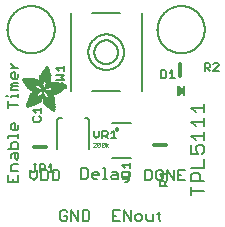
<source format=gbr>
G04 EAGLE Gerber RS-274X export*
G75*
%MOMM*%
%FSLAX34Y34*%
%LPD*%
%INSilkscreen Top*%
%IPPOS*%
%AMOC8*
5,1,8,0,0,1.08239X$1,22.5*%
G01*
%ADD10C,0.203200*%
%ADD11C,0.152400*%
%ADD12C,0.127000*%
%ADD13C,0.304800*%
%ADD14R,0.050800X0.006300*%
%ADD15R,0.082600X0.006400*%
%ADD16R,0.120600X0.006300*%
%ADD17R,0.139700X0.006400*%
%ADD18R,0.158800X0.006300*%
%ADD19R,0.177800X0.006400*%
%ADD20R,0.196800X0.006300*%
%ADD21R,0.215900X0.006400*%
%ADD22R,0.228600X0.006300*%
%ADD23R,0.241300X0.006400*%
%ADD24R,0.254000X0.006300*%
%ADD25R,0.266700X0.006400*%
%ADD26R,0.279400X0.006300*%
%ADD27R,0.285700X0.006400*%
%ADD28R,0.298400X0.006300*%
%ADD29R,0.311200X0.006400*%
%ADD30R,0.317500X0.006300*%
%ADD31R,0.330200X0.006400*%
%ADD32R,0.336600X0.006300*%
%ADD33R,0.349200X0.006400*%
%ADD34R,0.361900X0.006300*%
%ADD35R,0.368300X0.006400*%
%ADD36R,0.381000X0.006300*%
%ADD37R,0.387300X0.006400*%
%ADD38R,0.393700X0.006300*%
%ADD39R,0.406400X0.006400*%
%ADD40R,0.412700X0.006300*%
%ADD41R,0.419100X0.006400*%
%ADD42R,0.431800X0.006300*%
%ADD43R,0.438100X0.006400*%
%ADD44R,0.450800X0.006300*%
%ADD45R,0.457200X0.006400*%
%ADD46R,0.463500X0.006300*%
%ADD47R,0.476200X0.006400*%
%ADD48R,0.482600X0.006300*%
%ADD49R,0.488900X0.006400*%
%ADD50R,0.501600X0.006300*%
%ADD51R,0.508000X0.006400*%
%ADD52R,0.514300X0.006300*%
%ADD53R,0.527000X0.006400*%
%ADD54R,0.533400X0.006300*%
%ADD55R,0.546100X0.006400*%
%ADD56R,0.552400X0.006300*%
%ADD57R,0.558800X0.006400*%
%ADD58R,0.571500X0.006300*%
%ADD59R,0.577800X0.006400*%
%ADD60R,0.584200X0.006300*%
%ADD61R,0.596900X0.006400*%
%ADD62R,0.603200X0.006300*%
%ADD63R,0.609600X0.006400*%
%ADD64R,0.622300X0.006300*%
%ADD65R,0.628600X0.006400*%
%ADD66R,0.641300X0.006300*%
%ADD67R,0.647700X0.006400*%
%ADD68R,0.063500X0.006300*%
%ADD69R,0.654000X0.006300*%
%ADD70R,0.101600X0.006400*%
%ADD71R,0.666700X0.006400*%
%ADD72R,0.139700X0.006300*%
%ADD73R,0.673100X0.006300*%
%ADD74R,0.165100X0.006400*%
%ADD75R,0.679400X0.006400*%
%ADD76R,0.196900X0.006300*%
%ADD77R,0.692100X0.006300*%
%ADD78R,0.222200X0.006400*%
%ADD79R,0.698500X0.006400*%
%ADD80R,0.247700X0.006300*%
%ADD81R,0.704800X0.006300*%
%ADD82R,0.279400X0.006400*%
%ADD83R,0.717500X0.006400*%
%ADD84R,0.298500X0.006300*%
%ADD85R,0.723900X0.006300*%
%ADD86R,0.736600X0.006400*%
%ADD87R,0.342900X0.006300*%
%ADD88R,0.742900X0.006300*%
%ADD89R,0.374700X0.006400*%
%ADD90R,0.749300X0.006400*%
%ADD91R,0.762000X0.006300*%
%ADD92R,0.412700X0.006400*%
%ADD93R,0.768300X0.006400*%
%ADD94R,0.438100X0.006300*%
%ADD95R,0.774700X0.006300*%
%ADD96R,0.463600X0.006400*%
%ADD97R,0.787400X0.006400*%
%ADD98R,0.793700X0.006300*%
%ADD99R,0.495300X0.006400*%
%ADD100R,0.800100X0.006400*%
%ADD101R,0.520700X0.006300*%
%ADD102R,0.812800X0.006300*%
%ADD103R,0.533400X0.006400*%
%ADD104R,0.819100X0.006400*%
%ADD105R,0.558800X0.006300*%
%ADD106R,0.825500X0.006300*%
%ADD107R,0.577900X0.006400*%
%ADD108R,0.831800X0.006400*%
%ADD109R,0.596900X0.006300*%
%ADD110R,0.844500X0.006300*%
%ADD111R,0.616000X0.006400*%
%ADD112R,0.850900X0.006400*%
%ADD113R,0.635000X0.006300*%
%ADD114R,0.857200X0.006300*%
%ADD115R,0.654100X0.006400*%
%ADD116R,0.863600X0.006400*%
%ADD117R,0.666700X0.006300*%
%ADD118R,0.869900X0.006300*%
%ADD119R,0.685800X0.006400*%
%ADD120R,0.876300X0.006400*%
%ADD121R,0.882600X0.006300*%
%ADD122R,0.723900X0.006400*%
%ADD123R,0.889000X0.006400*%
%ADD124R,0.895300X0.006300*%
%ADD125R,0.755700X0.006400*%
%ADD126R,0.901700X0.006400*%
%ADD127R,0.908000X0.006300*%
%ADD128R,0.793800X0.006400*%
%ADD129R,0.914400X0.006400*%
%ADD130R,0.806400X0.006300*%
%ADD131R,0.920700X0.006300*%
%ADD132R,0.825500X0.006400*%
%ADD133R,0.927100X0.006400*%
%ADD134R,0.933400X0.006300*%
%ADD135R,0.857300X0.006400*%
%ADD136R,0.939800X0.006400*%
%ADD137R,0.870000X0.006300*%
%ADD138R,0.939800X0.006300*%
%ADD139R,0.946100X0.006400*%
%ADD140R,0.952500X0.006300*%
%ADD141R,0.908000X0.006400*%
%ADD142R,0.958800X0.006400*%
%ADD143R,0.965200X0.006300*%
%ADD144R,0.965200X0.006400*%
%ADD145R,0.971500X0.006300*%
%ADD146R,0.952500X0.006400*%
%ADD147R,0.977900X0.006400*%
%ADD148R,0.958800X0.006300*%
%ADD149R,0.984200X0.006300*%
%ADD150R,0.971500X0.006400*%
%ADD151R,0.984200X0.006400*%
%ADD152R,0.990600X0.006300*%
%ADD153R,0.984300X0.006400*%
%ADD154R,0.996900X0.006400*%
%ADD155R,0.997000X0.006300*%
%ADD156R,0.996900X0.006300*%
%ADD157R,1.003300X0.006400*%
%ADD158R,1.016000X0.006300*%
%ADD159R,1.009600X0.006300*%
%ADD160R,1.016000X0.006400*%
%ADD161R,1.009600X0.006400*%
%ADD162R,1.022300X0.006300*%
%ADD163R,1.028700X0.006400*%
%ADD164R,1.035100X0.006300*%
%ADD165R,1.047800X0.006400*%
%ADD166R,1.054100X0.006300*%
%ADD167R,1.028700X0.006300*%
%ADD168R,1.054100X0.006400*%
%ADD169R,1.035000X0.006400*%
%ADD170R,1.060400X0.006300*%
%ADD171R,1.035000X0.006300*%
%ADD172R,1.060500X0.006400*%
%ADD173R,1.041400X0.006400*%
%ADD174R,1.066800X0.006300*%
%ADD175R,1.041400X0.006300*%
%ADD176R,1.079500X0.006400*%
%ADD177R,1.047700X0.006400*%
%ADD178R,1.085900X0.006300*%
%ADD179R,1.047700X0.006300*%
%ADD180R,1.085800X0.006400*%
%ADD181R,1.092200X0.006300*%
%ADD182R,1.085900X0.006400*%
%ADD183R,1.098600X0.006300*%
%ADD184R,1.098600X0.006400*%
%ADD185R,1.060400X0.006400*%
%ADD186R,1.104900X0.006300*%
%ADD187R,1.104900X0.006400*%
%ADD188R,1.066800X0.006400*%
%ADD189R,1.111200X0.006300*%
%ADD190R,1.117600X0.006400*%
%ADD191R,1.117600X0.006300*%
%ADD192R,1.073100X0.006300*%
%ADD193R,1.073100X0.006400*%
%ADD194R,1.124000X0.006300*%
%ADD195R,1.079500X0.006300*%
%ADD196R,1.123900X0.006400*%
%ADD197R,1.130300X0.006300*%
%ADD198R,1.130300X0.006400*%
%ADD199R,1.136700X0.006400*%
%ADD200R,1.136700X0.006300*%
%ADD201R,1.085800X0.006300*%
%ADD202R,1.136600X0.006400*%
%ADD203R,1.136600X0.006300*%
%ADD204R,1.143000X0.006400*%
%ADD205R,1.143000X0.006300*%
%ADD206R,1.149400X0.006300*%
%ADD207R,1.149300X0.006300*%
%ADD208R,1.149300X0.006400*%
%ADD209R,1.149400X0.006400*%
%ADD210R,1.155700X0.006400*%
%ADD211R,1.155700X0.006300*%
%ADD212R,1.060500X0.006300*%
%ADD213R,2.197100X0.006400*%
%ADD214R,2.197100X0.006300*%
%ADD215R,2.184400X0.006300*%
%ADD216R,2.184400X0.006400*%
%ADD217R,2.171700X0.006400*%
%ADD218R,2.171700X0.006300*%
%ADD219R,1.530300X0.006400*%
%ADD220R,1.505000X0.006300*%
%ADD221R,1.492300X0.006400*%
%ADD222R,1.485900X0.006300*%
%ADD223R,0.565200X0.006300*%
%ADD224R,1.473200X0.006400*%
%ADD225R,0.565200X0.006400*%
%ADD226R,1.460500X0.006300*%
%ADD227R,1.454100X0.006400*%
%ADD228R,0.552400X0.006400*%
%ADD229R,1.441500X0.006300*%
%ADD230R,0.546100X0.006300*%
%ADD231R,1.435100X0.006400*%
%ADD232R,0.539800X0.006400*%
%ADD233R,1.428800X0.006300*%
%ADD234R,1.422400X0.006400*%
%ADD235R,1.409700X0.006300*%
%ADD236R,0.527100X0.006300*%
%ADD237R,1.403300X0.006400*%
%ADD238R,0.527100X0.006400*%
%ADD239R,1.390700X0.006300*%
%ADD240R,1.384300X0.006400*%
%ADD241R,0.520700X0.006400*%
%ADD242R,1.384300X0.006300*%
%ADD243R,0.514400X0.006300*%
%ADD244R,1.371600X0.006400*%
%ADD245R,1.365200X0.006300*%
%ADD246R,0.508000X0.006300*%
%ADD247R,1.352600X0.006400*%
%ADD248R,0.501700X0.006400*%
%ADD249R,0.711200X0.006300*%
%ADD250R,0.603300X0.006300*%
%ADD251R,0.501700X0.006300*%
%ADD252R,0.692100X0.006400*%
%ADD253R,0.571500X0.006400*%
%ADD254R,0.679400X0.006300*%
%ADD255R,0.495300X0.006300*%
%ADD256R,0.673100X0.006400*%
%ADD257R,0.666800X0.006300*%
%ADD258R,0.488900X0.006300*%
%ADD259R,0.660400X0.006400*%
%ADD260R,0.482600X0.006400*%
%ADD261R,0.476200X0.006300*%
%ADD262R,0.654000X0.006400*%
%ADD263R,0.469900X0.006400*%
%ADD264R,0.476300X0.006400*%
%ADD265R,0.647700X0.006300*%
%ADD266R,0.457200X0.006300*%
%ADD267R,0.469900X0.006300*%
%ADD268R,0.641300X0.006400*%
%ADD269R,0.444500X0.006400*%
%ADD270R,0.463600X0.006300*%
%ADD271R,0.635000X0.006400*%
%ADD272R,0.463500X0.006400*%
%ADD273R,0.393700X0.006400*%
%ADD274R,0.450800X0.006400*%
%ADD275R,0.628600X0.006300*%
%ADD276R,0.387400X0.006300*%
%ADD277R,0.450900X0.006300*%
%ADD278R,0.628700X0.006400*%
%ADD279R,0.374600X0.006400*%
%ADD280R,0.368300X0.006300*%
%ADD281R,0.438200X0.006300*%
%ADD282R,0.622300X0.006400*%
%ADD283R,0.355600X0.006400*%
%ADD284R,0.431800X0.006400*%
%ADD285R,0.349300X0.006300*%
%ADD286R,0.425400X0.006300*%
%ADD287R,0.615900X0.006300*%
%ADD288R,0.330200X0.006300*%
%ADD289R,0.419100X0.006300*%
%ADD290R,0.616000X0.006300*%
%ADD291R,0.311200X0.006300*%
%ADD292R,0.406400X0.006300*%
%ADD293R,0.615900X0.006400*%
%ADD294R,0.304800X0.006400*%
%ADD295R,0.158800X0.006400*%
%ADD296R,0.609600X0.006300*%
%ADD297R,0.292100X0.006300*%
%ADD298R,0.235000X0.006300*%
%ADD299R,0.387400X0.006400*%
%ADD300R,0.292100X0.006400*%
%ADD301R,0.336500X0.006300*%
%ADD302R,0.260400X0.006300*%
%ADD303R,0.603300X0.006400*%
%ADD304R,0.260400X0.006400*%
%ADD305R,0.362000X0.006400*%
%ADD306R,0.450900X0.006400*%
%ADD307R,0.355600X0.006300*%
%ADD308R,0.342900X0.006400*%
%ADD309R,0.514300X0.006400*%
%ADD310R,0.234900X0.006300*%
%ADD311R,0.539700X0.006300*%
%ADD312R,0.603200X0.006400*%
%ADD313R,0.234900X0.006400*%
%ADD314R,0.920700X0.006400*%
%ADD315R,0.958900X0.006400*%
%ADD316R,0.215900X0.006300*%
%ADD317R,0.209600X0.006400*%
%ADD318R,0.203200X0.006300*%
%ADD319R,1.003300X0.006300*%
%ADD320R,0.203200X0.006400*%
%ADD321R,0.196900X0.006400*%
%ADD322R,0.190500X0.006300*%
%ADD323R,0.190500X0.006400*%
%ADD324R,0.184200X0.006300*%
%ADD325R,0.590500X0.006400*%
%ADD326R,0.184200X0.006400*%
%ADD327R,0.590500X0.006300*%
%ADD328R,0.177800X0.006300*%
%ADD329R,0.584200X0.006400*%
%ADD330R,1.168400X0.006400*%
%ADD331R,0.171500X0.006300*%
%ADD332R,1.187500X0.006300*%
%ADD333R,1.200100X0.006400*%
%ADD334R,0.577800X0.006300*%
%ADD335R,1.212900X0.006300*%
%ADD336R,1.231900X0.006400*%
%ADD337R,1.250900X0.006300*%
%ADD338R,0.565100X0.006400*%
%ADD339R,0.184100X0.006400*%
%ADD340R,1.263700X0.006400*%
%ADD341R,0.565100X0.006300*%
%ADD342R,1.289100X0.006300*%
%ADD343R,1.314400X0.006400*%
%ADD344R,0.552500X0.006300*%
%ADD345R,1.568500X0.006300*%
%ADD346R,0.552500X0.006400*%
%ADD347R,1.581200X0.006400*%
%ADD348R,1.593800X0.006300*%
%ADD349R,1.606500X0.006400*%
%ADD350R,1.619300X0.006300*%
%ADD351R,0.514400X0.006400*%
%ADD352R,1.638300X0.006400*%
%ADD353R,1.657300X0.006300*%
%ADD354R,2.209800X0.006400*%
%ADD355R,2.425700X0.006300*%
%ADD356R,2.470100X0.006400*%
%ADD357R,2.501900X0.006300*%
%ADD358R,2.533700X0.006400*%
%ADD359R,2.559000X0.006300*%
%ADD360R,2.584500X0.006400*%
%ADD361R,2.609900X0.006300*%
%ADD362R,2.628900X0.006400*%
%ADD363R,2.660600X0.006300*%
%ADD364R,2.673400X0.006400*%
%ADD365R,1.422400X0.006300*%
%ADD366R,1.200200X0.006300*%
%ADD367R,1.365300X0.006300*%
%ADD368R,1.365300X0.006400*%
%ADD369R,1.352500X0.006300*%
%ADD370R,1.098500X0.006300*%
%ADD371R,1.358900X0.006400*%
%ADD372R,1.352600X0.006300*%
%ADD373R,1.358900X0.006300*%
%ADD374R,1.371600X0.006300*%
%ADD375R,1.377900X0.006400*%
%ADD376R,1.397000X0.006400*%
%ADD377R,1.403300X0.006300*%
%ADD378R,0.914400X0.006300*%
%ADD379R,0.876300X0.006300*%
%ADD380R,0.374600X0.006300*%
%ADD381R,1.073200X0.006400*%
%ADD382R,0.374700X0.006300*%
%ADD383R,0.844600X0.006400*%
%ADD384R,0.844600X0.006300*%
%ADD385R,0.831900X0.006400*%
%ADD386R,1.092200X0.006400*%
%ADD387R,0.400000X0.006300*%
%ADD388R,0.819200X0.006400*%
%ADD389R,1.111300X0.006400*%
%ADD390R,0.812800X0.006400*%
%ADD391R,0.800100X0.006300*%
%ADD392R,0.476300X0.006300*%
%ADD393R,1.181100X0.006300*%
%ADD394R,0.501600X0.006400*%
%ADD395R,1.193800X0.006400*%
%ADD396R,0.781000X0.006400*%
%ADD397R,1.238200X0.006400*%
%ADD398R,0.781100X0.006300*%
%ADD399R,1.257300X0.006300*%
%ADD400R,1.295400X0.006400*%
%ADD401R,1.333500X0.006300*%
%ADD402R,0.774700X0.006400*%
%ADD403R,1.866900X0.006400*%
%ADD404R,0.209600X0.006300*%
%ADD405R,1.866900X0.006300*%
%ADD406R,0.768400X0.006400*%
%ADD407R,0.209500X0.006400*%
%ADD408R,1.860600X0.006400*%
%ADD409R,0.762000X0.006400*%
%ADD410R,0.768400X0.006300*%
%ADD411R,1.860600X0.006300*%
%ADD412R,1.860500X0.006400*%
%ADD413R,0.222300X0.006300*%
%ADD414R,1.854200X0.006300*%
%ADD415R,0.235000X0.006400*%
%ADD416R,1.854200X0.006400*%
%ADD417R,0.768300X0.006300*%
%ADD418R,0.260300X0.006400*%
%ADD419R,1.847800X0.006400*%
%ADD420R,0.266700X0.006300*%
%ADD421R,1.847800X0.006300*%
%ADD422R,0.273100X0.006400*%
%ADD423R,1.841500X0.006400*%
%ADD424R,0.285800X0.006300*%
%ADD425R,1.841500X0.006300*%
%ADD426R,0.298500X0.006400*%
%ADD427R,1.835100X0.006400*%
%ADD428R,0.781000X0.006300*%
%ADD429R,0.304800X0.006300*%
%ADD430R,1.835100X0.006300*%
%ADD431R,0.317500X0.006400*%
%ADD432R,1.828800X0.006400*%
%ADD433R,0.787400X0.006300*%
%ADD434R,0.323800X0.006300*%
%ADD435R,1.828800X0.006300*%
%ADD436R,0.793700X0.006400*%
%ADD437R,1.822400X0.006400*%
%ADD438R,0.806500X0.006300*%
%ADD439R,1.822400X0.006300*%
%ADD440R,1.816100X0.006400*%
%ADD441R,0.819100X0.006300*%
%ADD442R,0.387300X0.006300*%
%ADD443R,1.816100X0.006300*%
%ADD444R,1.809800X0.006400*%
%ADD445R,1.803400X0.006300*%
%ADD446R,1.797000X0.006400*%
%ADD447R,0.901700X0.006300*%
%ADD448R,1.797000X0.006300*%
%ADD449R,1.441400X0.006400*%
%ADD450R,1.790700X0.006400*%
%ADD451R,1.447800X0.006300*%
%ADD452R,1.784300X0.006300*%
%ADD453R,1.447800X0.006400*%
%ADD454R,1.784300X0.006400*%
%ADD455R,1.454100X0.006300*%
%ADD456R,1.771700X0.006300*%
%ADD457R,1.460500X0.006400*%
%ADD458R,1.759000X0.006400*%
%ADD459R,1.466800X0.006300*%
%ADD460R,1.752600X0.006300*%
%ADD461R,1.466800X0.006400*%
%ADD462R,1.739900X0.006400*%
%ADD463R,1.473200X0.006300*%
%ADD464R,1.727200X0.006300*%
%ADD465R,1.479500X0.006400*%
%ADD466R,1.714500X0.006400*%
%ADD467R,1.695400X0.006300*%
%ADD468R,1.485900X0.006400*%
%ADD469R,1.682700X0.006400*%
%ADD470R,1.492200X0.006300*%
%ADD471R,1.663700X0.006300*%
%ADD472R,1.498600X0.006400*%
%ADD473R,1.644600X0.006400*%
%ADD474R,1.498600X0.006300*%
%ADD475R,1.619200X0.006300*%
%ADD476R,1.511300X0.006400*%
%ADD477R,1.600200X0.006400*%
%ADD478R,1.517700X0.006300*%
%ADD479R,1.574800X0.006300*%
%ADD480R,1.524000X0.006400*%
%ADD481R,1.555800X0.006400*%
%ADD482R,1.524000X0.006300*%
%ADD483R,1.536700X0.006300*%
%ADD484R,1.530400X0.006400*%
%ADD485R,1.517700X0.006400*%
%ADD486R,1.492300X0.006300*%
%ADD487R,1.549400X0.006400*%
%ADD488R,1.479600X0.006400*%
%ADD489R,1.549400X0.006300*%
%ADD490R,1.555700X0.006400*%
%ADD491R,1.562100X0.006300*%
%ADD492R,0.323900X0.006300*%
%ADD493R,1.568400X0.006400*%
%ADD494R,0.336600X0.006400*%
%ADD495R,1.587500X0.006300*%
%ADD496R,0.971600X0.006300*%
%ADD497R,0.349300X0.006400*%
%ADD498R,1.600200X0.006300*%
%ADD499R,0.920800X0.006300*%
%ADD500R,0.882700X0.006400*%
%ADD501R,1.612900X0.006300*%
%ADD502R,0.362000X0.006300*%
%ADD503R,1.625600X0.006400*%
%ADD504R,1.625600X0.006300*%
%ADD505R,1.644600X0.006300*%
%ADD506R,0.736600X0.006300*%
%ADD507R,0.717600X0.006400*%
%ADD508R,1.657400X0.006300*%
%ADD509R,0.679500X0.006300*%
%ADD510R,1.663700X0.006400*%
%ADD511R,0.400000X0.006400*%
%ADD512R,1.676400X0.006300*%
%ADD513R,1.676400X0.006400*%
%ADD514R,0.425500X0.006400*%
%ADD515R,1.352500X0.006400*%
%ADD516R,0.444500X0.006300*%
%ADD517R,0.361900X0.006400*%
%ADD518R,0.088900X0.006300*%
%ADD519R,1.009700X0.006300*%
%ADD520R,1.009700X0.006400*%
%ADD521R,1.022300X0.006400*%
%ADD522R,1.346200X0.006400*%
%ADD523R,1.346200X0.006300*%
%ADD524R,1.339900X0.006400*%
%ADD525R,1.035100X0.006400*%
%ADD526R,1.339800X0.006300*%
%ADD527R,1.333500X0.006400*%
%ADD528R,1.327200X0.006400*%
%ADD529R,1.320800X0.006300*%
%ADD530R,1.314500X0.006400*%
%ADD531R,1.314400X0.006300*%
%ADD532R,1.301700X0.006400*%
%ADD533R,1.295400X0.006300*%
%ADD534R,1.289000X0.006400*%
%ADD535R,1.276300X0.006300*%
%ADD536R,1.251000X0.006300*%
%ADD537R,1.244600X0.006400*%
%ADD538R,1.231900X0.006300*%
%ADD539R,1.212800X0.006400*%
%ADD540R,1.200100X0.006300*%
%ADD541R,1.187400X0.006400*%
%ADD542R,1.168400X0.006300*%
%ADD543R,1.047800X0.006300*%
%ADD544R,0.977900X0.006300*%
%ADD545R,0.946200X0.006400*%
%ADD546R,0.933400X0.006400*%
%ADD547R,0.895300X0.006400*%
%ADD548R,0.882700X0.006300*%
%ADD549R,0.863600X0.006300*%
%ADD550R,0.857200X0.006400*%
%ADD551R,0.850900X0.006300*%
%ADD552R,0.838200X0.006300*%
%ADD553R,0.806500X0.006400*%
%ADD554R,0.717600X0.006300*%
%ADD555R,0.711200X0.006400*%
%ADD556R,0.641400X0.006400*%
%ADD557R,0.641400X0.006300*%
%ADD558R,0.628700X0.006300*%
%ADD559R,0.590600X0.006300*%
%ADD560R,0.539700X0.006400*%
%ADD561R,0.285700X0.006300*%
%ADD562R,0.222200X0.006300*%
%ADD563R,0.171400X0.006300*%
%ADD564R,0.152400X0.006400*%
%ADD565R,0.133400X0.006300*%
%ADD566C,0.050800*%
%ADD567R,0.190500X0.889000*%

G36*
X149917Y108464D02*
X149917Y108464D01*
X149935Y108462D01*
X150037Y108490D01*
X150140Y108512D01*
X150155Y108521D01*
X150172Y108526D01*
X150317Y108611D01*
X155397Y112421D01*
X155400Y112424D01*
X155404Y112426D01*
X155485Y112513D01*
X155567Y112598D01*
X155569Y112602D01*
X155572Y112605D01*
X155622Y112714D01*
X155672Y112821D01*
X155672Y112825D01*
X155674Y112829D01*
X155687Y112947D01*
X155700Y113065D01*
X155700Y113069D01*
X155700Y113074D01*
X155674Y113190D01*
X155650Y113306D01*
X155647Y113310D01*
X155646Y113314D01*
X155585Y113416D01*
X155525Y113518D01*
X155521Y113521D01*
X155519Y113524D01*
X155397Y113639D01*
X150317Y117449D01*
X150301Y117457D01*
X150288Y117470D01*
X150273Y117477D01*
X150265Y117483D01*
X150215Y117503D01*
X150192Y117514D01*
X150099Y117563D01*
X150081Y117566D01*
X150065Y117573D01*
X149960Y117585D01*
X149856Y117601D01*
X149838Y117598D01*
X149821Y117600D01*
X149718Y117578D01*
X149613Y117560D01*
X149598Y117552D01*
X149580Y117548D01*
X149490Y117494D01*
X149397Y117444D01*
X149384Y117431D01*
X149369Y117422D01*
X149300Y117342D01*
X149228Y117265D01*
X149221Y117248D01*
X149209Y117235D01*
X149170Y117137D01*
X149126Y117041D01*
X149124Y117023D01*
X149117Y117007D01*
X149099Y116840D01*
X149099Y109220D01*
X149102Y109202D01*
X149100Y109185D01*
X149121Y109081D01*
X149139Y108977D01*
X149147Y108962D01*
X149151Y108944D01*
X149204Y108853D01*
X149254Y108760D01*
X149266Y108748D01*
X149276Y108732D01*
X149355Y108663D01*
X149432Y108591D01*
X149448Y108583D01*
X149462Y108571D01*
X149559Y108531D01*
X149655Y108487D01*
X149673Y108485D01*
X149689Y108478D01*
X149795Y108471D01*
X149899Y108460D01*
X149917Y108464D01*
G37*
D10*
X171704Y28416D02*
X161027Y28416D01*
X161027Y24857D02*
X161027Y31975D01*
X161027Y36551D02*
X171704Y36551D01*
X161027Y36551D02*
X161027Y41890D01*
X162806Y43669D01*
X166365Y43669D01*
X168145Y41890D01*
X168145Y36551D01*
X171704Y48245D02*
X161027Y48245D01*
X171704Y48245D02*
X171704Y55363D01*
X161027Y59939D02*
X161027Y67057D01*
X161027Y59939D02*
X166365Y59939D01*
X164586Y63498D01*
X164586Y65278D01*
X166365Y67057D01*
X169925Y67057D01*
X171704Y65278D01*
X171704Y61718D01*
X169925Y59939D01*
X164586Y71633D02*
X161027Y75192D01*
X171704Y75192D01*
X171704Y71633D02*
X171704Y78751D01*
X164586Y83327D02*
X161027Y86886D01*
X171704Y86886D01*
X171704Y83327D02*
X171704Y90445D01*
X164586Y95021D02*
X161027Y98580D01*
X171704Y98580D01*
X171704Y95021D02*
X171704Y102139D01*
D11*
X24829Y46235D02*
X24829Y40473D01*
X27710Y37592D01*
X30591Y40473D01*
X30591Y46235D01*
X34184Y46235D02*
X34184Y37592D01*
X38506Y37592D01*
X39947Y39033D01*
X39947Y44795D01*
X38506Y46235D01*
X34184Y46235D01*
X43540Y46235D02*
X43540Y37592D01*
X47861Y37592D01*
X49302Y39033D01*
X49302Y44795D01*
X47861Y46235D01*
X43540Y46235D01*
X54551Y11945D02*
X55991Y10505D01*
X54551Y11945D02*
X51670Y11945D01*
X50229Y10505D01*
X50229Y4743D01*
X51670Y3302D01*
X54551Y3302D01*
X55991Y4743D01*
X55991Y7624D01*
X53110Y7624D01*
X59584Y11945D02*
X59584Y3302D01*
X65347Y3302D02*
X59584Y11945D01*
X65347Y11945D02*
X65347Y3302D01*
X68940Y3302D02*
X68940Y11945D01*
X68940Y3302D02*
X73261Y3302D01*
X74702Y4743D01*
X74702Y10505D01*
X73261Y11945D01*
X68940Y11945D01*
X67833Y38862D02*
X67833Y47505D01*
X67833Y38862D02*
X72155Y38862D01*
X73595Y40303D01*
X73595Y46065D01*
X72155Y47505D01*
X67833Y47505D01*
X78629Y38862D02*
X81510Y38862D01*
X78629Y38862D02*
X77188Y40303D01*
X77188Y43184D01*
X78629Y44624D01*
X81510Y44624D01*
X82951Y43184D01*
X82951Y41743D01*
X77188Y41743D01*
X86544Y47505D02*
X87984Y47505D01*
X87984Y38862D01*
X86544Y38862D02*
X89425Y38862D01*
X94221Y44624D02*
X97102Y44624D01*
X98543Y43184D01*
X98543Y38862D01*
X94221Y38862D01*
X92780Y40303D01*
X94221Y41743D01*
X98543Y41743D01*
X102136Y40303D02*
X102136Y44624D01*
X102136Y40303D02*
X103576Y38862D01*
X107898Y38862D01*
X107898Y37421D02*
X107898Y44624D01*
X107898Y37421D02*
X106457Y35981D01*
X105017Y35981D01*
X100265Y11945D02*
X94503Y11945D01*
X94503Y3302D01*
X100265Y3302D01*
X97384Y7624D02*
X94503Y7624D01*
X103858Y11945D02*
X103858Y3302D01*
X109621Y3302D02*
X103858Y11945D01*
X109621Y11945D02*
X109621Y3302D01*
X114654Y3302D02*
X117535Y3302D01*
X118976Y4743D01*
X118976Y7624D01*
X117535Y9064D01*
X114654Y9064D01*
X113214Y7624D01*
X113214Y4743D01*
X114654Y3302D01*
X122569Y4743D02*
X122569Y9064D01*
X122569Y4743D02*
X124009Y3302D01*
X128331Y3302D01*
X128331Y9064D01*
X133365Y10505D02*
X133365Y4743D01*
X134805Y3302D01*
X134805Y9064D02*
X131924Y9064D01*
X121752Y37592D02*
X121752Y46235D01*
X121752Y37592D02*
X126073Y37592D01*
X127514Y39033D01*
X127514Y44795D01*
X126073Y46235D01*
X121752Y46235D01*
X132547Y46235D02*
X135429Y46235D01*
X132547Y46235D02*
X131107Y44795D01*
X131107Y39033D01*
X132547Y37592D01*
X135429Y37592D01*
X136869Y39033D01*
X136869Y44795D01*
X135429Y46235D01*
X140462Y46235D02*
X140462Y37592D01*
X146224Y37592D02*
X140462Y46235D01*
X146224Y46235D02*
X146224Y37592D01*
X149817Y46235D02*
X155579Y46235D01*
X149817Y46235D02*
X149817Y37592D01*
X155579Y37592D01*
X152698Y41914D02*
X149817Y41914D01*
D12*
X5707Y41964D02*
X5707Y36032D01*
X14605Y36032D01*
X14605Y41964D01*
X10156Y38998D02*
X10156Y36032D01*
X8673Y45387D02*
X14605Y45387D01*
X8673Y45387D02*
X8673Y49836D01*
X10156Y51319D01*
X14605Y51319D01*
X8673Y56225D02*
X8673Y59191D01*
X10156Y60674D01*
X14605Y60674D01*
X14605Y56225D01*
X13122Y54742D01*
X11639Y56225D01*
X11639Y60674D01*
X14605Y64097D02*
X5707Y64097D01*
X14605Y64097D02*
X14605Y68546D01*
X13122Y70029D01*
X10156Y70029D01*
X8673Y68546D01*
X8673Y64097D01*
X5707Y73453D02*
X5707Y74936D01*
X14605Y74936D01*
X14605Y76418D02*
X14605Y73453D01*
X14605Y81172D02*
X14605Y84138D01*
X14605Y81172D02*
X13122Y79689D01*
X10156Y79689D01*
X8673Y81172D01*
X8673Y84138D01*
X10156Y85621D01*
X11639Y85621D01*
X11639Y79689D01*
X14605Y101366D02*
X5707Y101366D01*
X5707Y104331D02*
X5707Y98400D01*
X8673Y107755D02*
X8673Y109238D01*
X14605Y109238D01*
X14605Y107755D02*
X14605Y110721D01*
X5707Y109238D02*
X4224Y109238D01*
X8673Y113992D02*
X14605Y113992D01*
X8673Y113992D02*
X8673Y115475D01*
X10156Y116958D01*
X14605Y116958D01*
X10156Y116958D02*
X8673Y118441D01*
X10156Y119923D01*
X14605Y119923D01*
X14605Y124830D02*
X14605Y127796D01*
X14605Y124830D02*
X13122Y123347D01*
X10156Y123347D01*
X8673Y124830D01*
X8673Y127796D01*
X10156Y129279D01*
X11639Y129279D01*
X11639Y123347D01*
X14605Y132702D02*
X8673Y132702D01*
X11639Y132702D02*
X8673Y135668D01*
X8673Y137151D01*
D10*
X93600Y85620D02*
X109600Y85620D01*
X109600Y56620D02*
X93600Y56620D01*
X97100Y80620D02*
X97102Y80683D01*
X97108Y80745D01*
X97118Y80807D01*
X97131Y80869D01*
X97149Y80929D01*
X97170Y80988D01*
X97195Y81046D01*
X97224Y81102D01*
X97256Y81156D01*
X97291Y81208D01*
X97329Y81257D01*
X97371Y81305D01*
X97415Y81349D01*
X97463Y81391D01*
X97512Y81429D01*
X97564Y81464D01*
X97618Y81496D01*
X97674Y81525D01*
X97732Y81550D01*
X97791Y81571D01*
X97851Y81589D01*
X97913Y81602D01*
X97975Y81612D01*
X98037Y81618D01*
X98100Y81620D01*
X98163Y81618D01*
X98225Y81612D01*
X98287Y81602D01*
X98349Y81589D01*
X98409Y81571D01*
X98468Y81550D01*
X98526Y81525D01*
X98582Y81496D01*
X98636Y81464D01*
X98688Y81429D01*
X98737Y81391D01*
X98785Y81349D01*
X98829Y81305D01*
X98871Y81257D01*
X98909Y81208D01*
X98944Y81156D01*
X98976Y81102D01*
X99005Y81046D01*
X99030Y80988D01*
X99051Y80929D01*
X99069Y80869D01*
X99082Y80807D01*
X99092Y80745D01*
X99098Y80683D01*
X99100Y80620D01*
X99098Y80557D01*
X99092Y80495D01*
X99082Y80433D01*
X99069Y80371D01*
X99051Y80311D01*
X99030Y80252D01*
X99005Y80194D01*
X98976Y80138D01*
X98944Y80084D01*
X98909Y80032D01*
X98871Y79983D01*
X98829Y79935D01*
X98785Y79891D01*
X98737Y79849D01*
X98688Y79811D01*
X98636Y79776D01*
X98582Y79744D01*
X98526Y79715D01*
X98468Y79690D01*
X98409Y79669D01*
X98349Y79651D01*
X98287Y79638D01*
X98225Y79628D01*
X98163Y79622D01*
X98100Y79620D01*
X98037Y79622D01*
X97975Y79628D01*
X97913Y79638D01*
X97851Y79651D01*
X97791Y79669D01*
X97732Y79690D01*
X97674Y79715D01*
X97618Y79744D01*
X97564Y79776D01*
X97512Y79811D01*
X97463Y79849D01*
X97415Y79891D01*
X97371Y79935D01*
X97329Y79983D01*
X97291Y80032D01*
X97256Y80084D01*
X97224Y80138D01*
X97195Y80194D01*
X97170Y80252D01*
X97149Y80311D01*
X97131Y80371D01*
X97118Y80433D01*
X97108Y80495D01*
X97102Y80557D01*
X97100Y80620D01*
D11*
X102356Y40404D02*
X107864Y40404D01*
X108966Y41505D01*
X108966Y43709D01*
X107864Y44810D01*
X102356Y44810D01*
X104560Y47888D02*
X102356Y50091D01*
X108966Y50091D01*
X108966Y47888D02*
X108966Y52294D01*
X26502Y44450D02*
X25400Y45552D01*
X26502Y44450D02*
X27603Y44450D01*
X28705Y45552D01*
X28705Y51060D01*
X29806Y51060D02*
X27603Y51060D01*
X32884Y51060D02*
X32884Y44450D01*
X32884Y51060D02*
X36189Y51060D01*
X37291Y49958D01*
X37291Y47755D01*
X36189Y46653D01*
X32884Y46653D01*
X40368Y48856D02*
X42572Y51060D01*
X42572Y44450D01*
X44775Y44450D02*
X40368Y44450D01*
D13*
X38100Y66040D02*
X27940Y66040D01*
D11*
X26918Y90427D02*
X28020Y91528D01*
X26918Y90427D02*
X26918Y88224D01*
X28020Y87122D01*
X32426Y87122D01*
X33528Y88224D01*
X33528Y90427D01*
X32426Y91528D01*
X29122Y94606D02*
X26918Y96809D01*
X33528Y96809D01*
X33528Y94606D02*
X33528Y99013D01*
D10*
X58900Y113050D02*
X58900Y179050D01*
X118900Y179050D02*
X118900Y113050D01*
X100900Y113050D02*
X76900Y113050D01*
X76900Y179050D02*
X100900Y179050D01*
X73867Y146050D02*
X73872Y146419D01*
X73885Y146788D01*
X73908Y147156D01*
X73939Y147523D01*
X73980Y147890D01*
X74030Y148256D01*
X74088Y148620D01*
X74156Y148983D01*
X74232Y149344D01*
X74318Y149703D01*
X74412Y150059D01*
X74514Y150414D01*
X74626Y150766D01*
X74746Y151114D01*
X74874Y151460D01*
X75011Y151803D01*
X75157Y152142D01*
X75310Y152477D01*
X75472Y152809D01*
X75642Y153137D01*
X75820Y153460D01*
X76006Y153779D01*
X76199Y154093D01*
X76401Y154402D01*
X76609Y154706D01*
X76825Y155005D01*
X77049Y155299D01*
X77279Y155587D01*
X77517Y155869D01*
X77761Y156146D01*
X78012Y156416D01*
X78270Y156680D01*
X78534Y156938D01*
X78804Y157189D01*
X79081Y157433D01*
X79363Y157671D01*
X79651Y157901D01*
X79945Y158125D01*
X80244Y158341D01*
X80548Y158549D01*
X80857Y158751D01*
X81171Y158944D01*
X81490Y159130D01*
X81813Y159308D01*
X82141Y159478D01*
X82473Y159640D01*
X82808Y159793D01*
X83147Y159939D01*
X83490Y160076D01*
X83836Y160204D01*
X84184Y160324D01*
X84536Y160436D01*
X84891Y160538D01*
X85247Y160632D01*
X85606Y160718D01*
X85967Y160794D01*
X86330Y160862D01*
X86694Y160920D01*
X87060Y160970D01*
X87427Y161011D01*
X87794Y161042D01*
X88162Y161065D01*
X88531Y161078D01*
X88900Y161083D01*
X89269Y161078D01*
X89638Y161065D01*
X90006Y161042D01*
X90373Y161011D01*
X90740Y160970D01*
X91106Y160920D01*
X91470Y160862D01*
X91833Y160794D01*
X92194Y160718D01*
X92553Y160632D01*
X92909Y160538D01*
X93264Y160436D01*
X93616Y160324D01*
X93964Y160204D01*
X94310Y160076D01*
X94653Y159939D01*
X94992Y159793D01*
X95327Y159640D01*
X95659Y159478D01*
X95987Y159308D01*
X96310Y159130D01*
X96629Y158944D01*
X96943Y158751D01*
X97252Y158549D01*
X97556Y158341D01*
X97855Y158125D01*
X98149Y157901D01*
X98437Y157671D01*
X98719Y157433D01*
X98996Y157189D01*
X99266Y156938D01*
X99530Y156680D01*
X99788Y156416D01*
X100039Y156146D01*
X100283Y155869D01*
X100521Y155587D01*
X100751Y155299D01*
X100975Y155005D01*
X101191Y154706D01*
X101399Y154402D01*
X101601Y154093D01*
X101794Y153779D01*
X101980Y153460D01*
X102158Y153137D01*
X102328Y152809D01*
X102490Y152477D01*
X102643Y152142D01*
X102789Y151803D01*
X102926Y151460D01*
X103054Y151114D01*
X103174Y150766D01*
X103286Y150414D01*
X103388Y150059D01*
X103482Y149703D01*
X103568Y149344D01*
X103644Y148983D01*
X103712Y148620D01*
X103770Y148256D01*
X103820Y147890D01*
X103861Y147523D01*
X103892Y147156D01*
X103915Y146788D01*
X103928Y146419D01*
X103933Y146050D01*
X103928Y145681D01*
X103915Y145312D01*
X103892Y144944D01*
X103861Y144577D01*
X103820Y144210D01*
X103770Y143844D01*
X103712Y143480D01*
X103644Y143117D01*
X103568Y142756D01*
X103482Y142397D01*
X103388Y142041D01*
X103286Y141686D01*
X103174Y141334D01*
X103054Y140986D01*
X102926Y140640D01*
X102789Y140297D01*
X102643Y139958D01*
X102490Y139623D01*
X102328Y139291D01*
X102158Y138963D01*
X101980Y138640D01*
X101794Y138321D01*
X101601Y138007D01*
X101399Y137698D01*
X101191Y137394D01*
X100975Y137095D01*
X100751Y136801D01*
X100521Y136513D01*
X100283Y136231D01*
X100039Y135954D01*
X99788Y135684D01*
X99530Y135420D01*
X99266Y135162D01*
X98996Y134911D01*
X98719Y134667D01*
X98437Y134429D01*
X98149Y134199D01*
X97855Y133975D01*
X97556Y133759D01*
X97252Y133551D01*
X96943Y133349D01*
X96629Y133156D01*
X96310Y132970D01*
X95987Y132792D01*
X95659Y132622D01*
X95327Y132460D01*
X94992Y132307D01*
X94653Y132161D01*
X94310Y132024D01*
X93964Y131896D01*
X93616Y131776D01*
X93264Y131664D01*
X92909Y131562D01*
X92553Y131468D01*
X92194Y131382D01*
X91833Y131306D01*
X91470Y131238D01*
X91106Y131180D01*
X90740Y131130D01*
X90373Y131089D01*
X90006Y131058D01*
X89638Y131035D01*
X89269Y131022D01*
X88900Y131017D01*
X88531Y131022D01*
X88162Y131035D01*
X87794Y131058D01*
X87427Y131089D01*
X87060Y131130D01*
X86694Y131180D01*
X86330Y131238D01*
X85967Y131306D01*
X85606Y131382D01*
X85247Y131468D01*
X84891Y131562D01*
X84536Y131664D01*
X84184Y131776D01*
X83836Y131896D01*
X83490Y132024D01*
X83147Y132161D01*
X82808Y132307D01*
X82473Y132460D01*
X82141Y132622D01*
X81813Y132792D01*
X81490Y132970D01*
X81171Y133156D01*
X80857Y133349D01*
X80548Y133551D01*
X80244Y133759D01*
X79945Y133975D01*
X79651Y134199D01*
X79363Y134429D01*
X79081Y134667D01*
X78804Y134911D01*
X78534Y135162D01*
X78270Y135420D01*
X78012Y135684D01*
X77761Y135954D01*
X77517Y136231D01*
X77279Y136513D01*
X77049Y136801D01*
X76825Y137095D01*
X76609Y137394D01*
X76401Y137698D01*
X76199Y138007D01*
X76006Y138321D01*
X75820Y138640D01*
X75642Y138963D01*
X75472Y139291D01*
X75310Y139623D01*
X75157Y139958D01*
X75011Y140297D01*
X74874Y140640D01*
X74746Y140986D01*
X74626Y141334D01*
X74514Y141686D01*
X74412Y142041D01*
X74318Y142397D01*
X74232Y142756D01*
X74156Y143117D01*
X74088Y143480D01*
X74030Y143844D01*
X73980Y144210D01*
X73939Y144577D01*
X73908Y144944D01*
X73885Y145312D01*
X73872Y145681D01*
X73867Y146050D01*
X78900Y146050D02*
X78903Y146295D01*
X78912Y146541D01*
X78927Y146786D01*
X78948Y147030D01*
X78975Y147274D01*
X79008Y147517D01*
X79047Y147760D01*
X79092Y148001D01*
X79143Y148241D01*
X79200Y148480D01*
X79262Y148717D01*
X79331Y148953D01*
X79405Y149187D01*
X79485Y149419D01*
X79570Y149649D01*
X79661Y149877D01*
X79758Y150102D01*
X79860Y150326D01*
X79968Y150546D01*
X80081Y150764D01*
X80199Y150979D01*
X80323Y151191D01*
X80451Y151400D01*
X80585Y151606D01*
X80724Y151808D01*
X80868Y152007D01*
X81017Y152202D01*
X81170Y152394D01*
X81328Y152582D01*
X81490Y152766D01*
X81658Y152945D01*
X81829Y153121D01*
X82005Y153292D01*
X82184Y153460D01*
X82368Y153622D01*
X82556Y153780D01*
X82748Y153933D01*
X82943Y154082D01*
X83142Y154226D01*
X83344Y154365D01*
X83550Y154499D01*
X83759Y154627D01*
X83971Y154751D01*
X84186Y154869D01*
X84404Y154982D01*
X84624Y155090D01*
X84848Y155192D01*
X85073Y155289D01*
X85301Y155380D01*
X85531Y155465D01*
X85763Y155545D01*
X85997Y155619D01*
X86233Y155688D01*
X86470Y155750D01*
X86709Y155807D01*
X86949Y155858D01*
X87190Y155903D01*
X87433Y155942D01*
X87676Y155975D01*
X87920Y156002D01*
X88164Y156023D01*
X88409Y156038D01*
X88655Y156047D01*
X88900Y156050D01*
X89145Y156047D01*
X89391Y156038D01*
X89636Y156023D01*
X89880Y156002D01*
X90124Y155975D01*
X90367Y155942D01*
X90610Y155903D01*
X90851Y155858D01*
X91091Y155807D01*
X91330Y155750D01*
X91567Y155688D01*
X91803Y155619D01*
X92037Y155545D01*
X92269Y155465D01*
X92499Y155380D01*
X92727Y155289D01*
X92952Y155192D01*
X93176Y155090D01*
X93396Y154982D01*
X93614Y154869D01*
X93829Y154751D01*
X94041Y154627D01*
X94250Y154499D01*
X94456Y154365D01*
X94658Y154226D01*
X94857Y154082D01*
X95052Y153933D01*
X95244Y153780D01*
X95432Y153622D01*
X95616Y153460D01*
X95795Y153292D01*
X95971Y153121D01*
X96142Y152945D01*
X96310Y152766D01*
X96472Y152582D01*
X96630Y152394D01*
X96783Y152202D01*
X96932Y152007D01*
X97076Y151808D01*
X97215Y151606D01*
X97349Y151400D01*
X97477Y151191D01*
X97601Y150979D01*
X97719Y150764D01*
X97832Y150546D01*
X97940Y150326D01*
X98042Y150102D01*
X98139Y149877D01*
X98230Y149649D01*
X98315Y149419D01*
X98395Y149187D01*
X98469Y148953D01*
X98538Y148717D01*
X98600Y148480D01*
X98657Y148241D01*
X98708Y148001D01*
X98753Y147760D01*
X98792Y147517D01*
X98825Y147274D01*
X98852Y147030D01*
X98873Y146786D01*
X98888Y146541D01*
X98897Y146295D01*
X98900Y146050D01*
X98897Y145805D01*
X98888Y145559D01*
X98873Y145314D01*
X98852Y145070D01*
X98825Y144826D01*
X98792Y144583D01*
X98753Y144340D01*
X98708Y144099D01*
X98657Y143859D01*
X98600Y143620D01*
X98538Y143383D01*
X98469Y143147D01*
X98395Y142913D01*
X98315Y142681D01*
X98230Y142451D01*
X98139Y142223D01*
X98042Y141998D01*
X97940Y141774D01*
X97832Y141554D01*
X97719Y141336D01*
X97601Y141121D01*
X97477Y140909D01*
X97349Y140700D01*
X97215Y140494D01*
X97076Y140292D01*
X96932Y140093D01*
X96783Y139898D01*
X96630Y139706D01*
X96472Y139518D01*
X96310Y139334D01*
X96142Y139155D01*
X95971Y138979D01*
X95795Y138808D01*
X95616Y138640D01*
X95432Y138478D01*
X95244Y138320D01*
X95052Y138167D01*
X94857Y138018D01*
X94658Y137874D01*
X94456Y137735D01*
X94250Y137601D01*
X94041Y137473D01*
X93829Y137349D01*
X93614Y137231D01*
X93396Y137118D01*
X93176Y137010D01*
X92952Y136908D01*
X92727Y136811D01*
X92499Y136720D01*
X92269Y136635D01*
X92037Y136555D01*
X91803Y136481D01*
X91567Y136412D01*
X91330Y136350D01*
X91091Y136293D01*
X90851Y136242D01*
X90610Y136197D01*
X90367Y136158D01*
X90124Y136125D01*
X89880Y136098D01*
X89636Y136077D01*
X89391Y136062D01*
X89145Y136053D01*
X88900Y136050D01*
X88655Y136053D01*
X88409Y136062D01*
X88164Y136077D01*
X87920Y136098D01*
X87676Y136125D01*
X87433Y136158D01*
X87190Y136197D01*
X86949Y136242D01*
X86709Y136293D01*
X86470Y136350D01*
X86233Y136412D01*
X85997Y136481D01*
X85763Y136555D01*
X85531Y136635D01*
X85301Y136720D01*
X85073Y136811D01*
X84848Y136908D01*
X84624Y137010D01*
X84404Y137118D01*
X84186Y137231D01*
X83971Y137349D01*
X83759Y137473D01*
X83550Y137601D01*
X83344Y137735D01*
X83142Y137874D01*
X82943Y138018D01*
X82748Y138167D01*
X82556Y138320D01*
X82368Y138478D01*
X82184Y138640D01*
X82005Y138808D01*
X81829Y138979D01*
X81658Y139155D01*
X81490Y139334D01*
X81328Y139518D01*
X81170Y139706D01*
X81017Y139898D01*
X80868Y140093D01*
X80724Y140292D01*
X80585Y140494D01*
X80451Y140700D01*
X80323Y140909D01*
X80199Y141121D01*
X80081Y141336D01*
X79968Y141554D01*
X79860Y141774D01*
X79758Y141998D01*
X79661Y142223D01*
X79570Y142451D01*
X79485Y142681D01*
X79405Y142913D01*
X79331Y143147D01*
X79262Y143383D01*
X79200Y143620D01*
X79143Y143859D01*
X79092Y144099D01*
X79047Y144340D01*
X79008Y144583D01*
X78975Y144826D01*
X78948Y145070D01*
X78927Y145314D01*
X78912Y145559D01*
X78903Y145805D01*
X78900Y146050D01*
D11*
X47630Y119468D02*
X46528Y118367D01*
X46528Y116164D01*
X47630Y115062D01*
X48732Y115062D01*
X49833Y116164D01*
X49833Y118367D01*
X50935Y119468D01*
X52036Y119468D01*
X53138Y118367D01*
X53138Y116164D01*
X52036Y115062D01*
X53138Y122546D02*
X46528Y122546D01*
X50935Y124749D02*
X53138Y122546D01*
X50935Y124749D02*
X53138Y126953D01*
X46528Y126953D01*
X48732Y130030D02*
X46528Y132234D01*
X53138Y132234D01*
X53138Y134437D02*
X53138Y130030D01*
D10*
X132400Y165100D02*
X132406Y165591D01*
X132424Y166081D01*
X132454Y166571D01*
X132496Y167060D01*
X132550Y167548D01*
X132616Y168035D01*
X132694Y168519D01*
X132784Y169002D01*
X132886Y169482D01*
X132999Y169960D01*
X133124Y170434D01*
X133261Y170906D01*
X133409Y171374D01*
X133569Y171838D01*
X133740Y172298D01*
X133922Y172754D01*
X134116Y173205D01*
X134320Y173651D01*
X134536Y174092D01*
X134762Y174528D01*
X134998Y174958D01*
X135245Y175382D01*
X135503Y175800D01*
X135771Y176211D01*
X136048Y176616D01*
X136336Y177014D01*
X136633Y177405D01*
X136940Y177788D01*
X137256Y178163D01*
X137581Y178531D01*
X137915Y178891D01*
X138258Y179242D01*
X138609Y179585D01*
X138969Y179919D01*
X139337Y180244D01*
X139712Y180560D01*
X140095Y180867D01*
X140486Y181164D01*
X140884Y181452D01*
X141289Y181729D01*
X141700Y181997D01*
X142118Y182255D01*
X142542Y182502D01*
X142972Y182738D01*
X143408Y182964D01*
X143849Y183180D01*
X144295Y183384D01*
X144746Y183578D01*
X145202Y183760D01*
X145662Y183931D01*
X146126Y184091D01*
X146594Y184239D01*
X147066Y184376D01*
X147540Y184501D01*
X148018Y184614D01*
X148498Y184716D01*
X148981Y184806D01*
X149465Y184884D01*
X149952Y184950D01*
X150440Y185004D01*
X150929Y185046D01*
X151419Y185076D01*
X151909Y185094D01*
X152400Y185100D01*
X152891Y185094D01*
X153381Y185076D01*
X153871Y185046D01*
X154360Y185004D01*
X154848Y184950D01*
X155335Y184884D01*
X155819Y184806D01*
X156302Y184716D01*
X156782Y184614D01*
X157260Y184501D01*
X157734Y184376D01*
X158206Y184239D01*
X158674Y184091D01*
X159138Y183931D01*
X159598Y183760D01*
X160054Y183578D01*
X160505Y183384D01*
X160951Y183180D01*
X161392Y182964D01*
X161828Y182738D01*
X162258Y182502D01*
X162682Y182255D01*
X163100Y181997D01*
X163511Y181729D01*
X163916Y181452D01*
X164314Y181164D01*
X164705Y180867D01*
X165088Y180560D01*
X165463Y180244D01*
X165831Y179919D01*
X166191Y179585D01*
X166542Y179242D01*
X166885Y178891D01*
X167219Y178531D01*
X167544Y178163D01*
X167860Y177788D01*
X168167Y177405D01*
X168464Y177014D01*
X168752Y176616D01*
X169029Y176211D01*
X169297Y175800D01*
X169555Y175382D01*
X169802Y174958D01*
X170038Y174528D01*
X170264Y174092D01*
X170480Y173651D01*
X170684Y173205D01*
X170878Y172754D01*
X171060Y172298D01*
X171231Y171838D01*
X171391Y171374D01*
X171539Y170906D01*
X171676Y170434D01*
X171801Y169960D01*
X171914Y169482D01*
X172016Y169002D01*
X172106Y168519D01*
X172184Y168035D01*
X172250Y167548D01*
X172304Y167060D01*
X172346Y166571D01*
X172376Y166081D01*
X172394Y165591D01*
X172400Y165100D01*
X172394Y164609D01*
X172376Y164119D01*
X172346Y163629D01*
X172304Y163140D01*
X172250Y162652D01*
X172184Y162165D01*
X172106Y161681D01*
X172016Y161198D01*
X171914Y160718D01*
X171801Y160240D01*
X171676Y159766D01*
X171539Y159294D01*
X171391Y158826D01*
X171231Y158362D01*
X171060Y157902D01*
X170878Y157446D01*
X170684Y156995D01*
X170480Y156549D01*
X170264Y156108D01*
X170038Y155672D01*
X169802Y155242D01*
X169555Y154818D01*
X169297Y154400D01*
X169029Y153989D01*
X168752Y153584D01*
X168464Y153186D01*
X168167Y152795D01*
X167860Y152412D01*
X167544Y152037D01*
X167219Y151669D01*
X166885Y151309D01*
X166542Y150958D01*
X166191Y150615D01*
X165831Y150281D01*
X165463Y149956D01*
X165088Y149640D01*
X164705Y149333D01*
X164314Y149036D01*
X163916Y148748D01*
X163511Y148471D01*
X163100Y148203D01*
X162682Y147945D01*
X162258Y147698D01*
X161828Y147462D01*
X161392Y147236D01*
X160951Y147020D01*
X160505Y146816D01*
X160054Y146622D01*
X159598Y146440D01*
X159138Y146269D01*
X158674Y146109D01*
X158206Y145961D01*
X157734Y145824D01*
X157260Y145699D01*
X156782Y145586D01*
X156302Y145484D01*
X155819Y145394D01*
X155335Y145316D01*
X154848Y145250D01*
X154360Y145196D01*
X153871Y145154D01*
X153381Y145124D01*
X152891Y145106D01*
X152400Y145100D01*
X151909Y145106D01*
X151419Y145124D01*
X150929Y145154D01*
X150440Y145196D01*
X149952Y145250D01*
X149465Y145316D01*
X148981Y145394D01*
X148498Y145484D01*
X148018Y145586D01*
X147540Y145699D01*
X147066Y145824D01*
X146594Y145961D01*
X146126Y146109D01*
X145662Y146269D01*
X145202Y146440D01*
X144746Y146622D01*
X144295Y146816D01*
X143849Y147020D01*
X143408Y147236D01*
X142972Y147462D01*
X142542Y147698D01*
X142118Y147945D01*
X141700Y148203D01*
X141289Y148471D01*
X140884Y148748D01*
X140486Y149036D01*
X140095Y149333D01*
X139712Y149640D01*
X139337Y149956D01*
X138969Y150281D01*
X138609Y150615D01*
X138258Y150958D01*
X137915Y151309D01*
X137581Y151669D01*
X137256Y152037D01*
X136940Y152412D01*
X136633Y152795D01*
X136336Y153186D01*
X136048Y153584D01*
X135771Y153989D01*
X135503Y154400D01*
X135245Y154818D01*
X134998Y155242D01*
X134762Y155672D01*
X134536Y156108D01*
X134320Y156549D01*
X134116Y156995D01*
X133922Y157446D01*
X133740Y157902D01*
X133569Y158362D01*
X133409Y158826D01*
X133261Y159294D01*
X133124Y159766D01*
X132999Y160240D01*
X132886Y160718D01*
X132784Y161198D01*
X132694Y161681D01*
X132616Y162165D01*
X132550Y162652D01*
X132496Y163140D01*
X132454Y163629D01*
X132424Y164119D01*
X132406Y164609D01*
X132400Y165100D01*
X5400Y165100D02*
X5406Y165591D01*
X5424Y166081D01*
X5454Y166571D01*
X5496Y167060D01*
X5550Y167548D01*
X5616Y168035D01*
X5694Y168519D01*
X5784Y169002D01*
X5886Y169482D01*
X5999Y169960D01*
X6124Y170434D01*
X6261Y170906D01*
X6409Y171374D01*
X6569Y171838D01*
X6740Y172298D01*
X6922Y172754D01*
X7116Y173205D01*
X7320Y173651D01*
X7536Y174092D01*
X7762Y174528D01*
X7998Y174958D01*
X8245Y175382D01*
X8503Y175800D01*
X8771Y176211D01*
X9048Y176616D01*
X9336Y177014D01*
X9633Y177405D01*
X9940Y177788D01*
X10256Y178163D01*
X10581Y178531D01*
X10915Y178891D01*
X11258Y179242D01*
X11609Y179585D01*
X11969Y179919D01*
X12337Y180244D01*
X12712Y180560D01*
X13095Y180867D01*
X13486Y181164D01*
X13884Y181452D01*
X14289Y181729D01*
X14700Y181997D01*
X15118Y182255D01*
X15542Y182502D01*
X15972Y182738D01*
X16408Y182964D01*
X16849Y183180D01*
X17295Y183384D01*
X17746Y183578D01*
X18202Y183760D01*
X18662Y183931D01*
X19126Y184091D01*
X19594Y184239D01*
X20066Y184376D01*
X20540Y184501D01*
X21018Y184614D01*
X21498Y184716D01*
X21981Y184806D01*
X22465Y184884D01*
X22952Y184950D01*
X23440Y185004D01*
X23929Y185046D01*
X24419Y185076D01*
X24909Y185094D01*
X25400Y185100D01*
X25891Y185094D01*
X26381Y185076D01*
X26871Y185046D01*
X27360Y185004D01*
X27848Y184950D01*
X28335Y184884D01*
X28819Y184806D01*
X29302Y184716D01*
X29782Y184614D01*
X30260Y184501D01*
X30734Y184376D01*
X31206Y184239D01*
X31674Y184091D01*
X32138Y183931D01*
X32598Y183760D01*
X33054Y183578D01*
X33505Y183384D01*
X33951Y183180D01*
X34392Y182964D01*
X34828Y182738D01*
X35258Y182502D01*
X35682Y182255D01*
X36100Y181997D01*
X36511Y181729D01*
X36916Y181452D01*
X37314Y181164D01*
X37705Y180867D01*
X38088Y180560D01*
X38463Y180244D01*
X38831Y179919D01*
X39191Y179585D01*
X39542Y179242D01*
X39885Y178891D01*
X40219Y178531D01*
X40544Y178163D01*
X40860Y177788D01*
X41167Y177405D01*
X41464Y177014D01*
X41752Y176616D01*
X42029Y176211D01*
X42297Y175800D01*
X42555Y175382D01*
X42802Y174958D01*
X43038Y174528D01*
X43264Y174092D01*
X43480Y173651D01*
X43684Y173205D01*
X43878Y172754D01*
X44060Y172298D01*
X44231Y171838D01*
X44391Y171374D01*
X44539Y170906D01*
X44676Y170434D01*
X44801Y169960D01*
X44914Y169482D01*
X45016Y169002D01*
X45106Y168519D01*
X45184Y168035D01*
X45250Y167548D01*
X45304Y167060D01*
X45346Y166571D01*
X45376Y166081D01*
X45394Y165591D01*
X45400Y165100D01*
X45394Y164609D01*
X45376Y164119D01*
X45346Y163629D01*
X45304Y163140D01*
X45250Y162652D01*
X45184Y162165D01*
X45106Y161681D01*
X45016Y161198D01*
X44914Y160718D01*
X44801Y160240D01*
X44676Y159766D01*
X44539Y159294D01*
X44391Y158826D01*
X44231Y158362D01*
X44060Y157902D01*
X43878Y157446D01*
X43684Y156995D01*
X43480Y156549D01*
X43264Y156108D01*
X43038Y155672D01*
X42802Y155242D01*
X42555Y154818D01*
X42297Y154400D01*
X42029Y153989D01*
X41752Y153584D01*
X41464Y153186D01*
X41167Y152795D01*
X40860Y152412D01*
X40544Y152037D01*
X40219Y151669D01*
X39885Y151309D01*
X39542Y150958D01*
X39191Y150615D01*
X38831Y150281D01*
X38463Y149956D01*
X38088Y149640D01*
X37705Y149333D01*
X37314Y149036D01*
X36916Y148748D01*
X36511Y148471D01*
X36100Y148203D01*
X35682Y147945D01*
X35258Y147698D01*
X34828Y147462D01*
X34392Y147236D01*
X33951Y147020D01*
X33505Y146816D01*
X33054Y146622D01*
X32598Y146440D01*
X32138Y146269D01*
X31674Y146109D01*
X31206Y145961D01*
X30734Y145824D01*
X30260Y145699D01*
X29782Y145586D01*
X29302Y145484D01*
X28819Y145394D01*
X28335Y145316D01*
X27848Y145250D01*
X27360Y145196D01*
X26871Y145154D01*
X26381Y145124D01*
X25891Y145106D01*
X25400Y145100D01*
X24909Y145106D01*
X24419Y145124D01*
X23929Y145154D01*
X23440Y145196D01*
X22952Y145250D01*
X22465Y145316D01*
X21981Y145394D01*
X21498Y145484D01*
X21018Y145586D01*
X20540Y145699D01*
X20066Y145824D01*
X19594Y145961D01*
X19126Y146109D01*
X18662Y146269D01*
X18202Y146440D01*
X17746Y146622D01*
X17295Y146816D01*
X16849Y147020D01*
X16408Y147236D01*
X15972Y147462D01*
X15542Y147698D01*
X15118Y147945D01*
X14700Y148203D01*
X14289Y148471D01*
X13884Y148748D01*
X13486Y149036D01*
X13095Y149333D01*
X12712Y149640D01*
X12337Y149956D01*
X11969Y150281D01*
X11609Y150615D01*
X11258Y150958D01*
X10915Y151309D01*
X10581Y151669D01*
X10256Y152037D01*
X9940Y152412D01*
X9633Y152795D01*
X9336Y153186D01*
X9048Y153584D01*
X8771Y153989D01*
X8503Y154400D01*
X8245Y154818D01*
X7998Y155242D01*
X7762Y155672D01*
X7536Y156108D01*
X7320Y156549D01*
X7116Y156995D01*
X6922Y157446D01*
X6740Y157902D01*
X6569Y158362D01*
X6409Y158826D01*
X6261Y159294D01*
X6124Y159766D01*
X5999Y160240D01*
X5886Y160718D01*
X5784Y161198D01*
X5694Y161681D01*
X5616Y162165D01*
X5550Y162652D01*
X5496Y163140D01*
X5454Y163629D01*
X5424Y164119D01*
X5406Y164609D01*
X5400Y165100D01*
D14*
X44418Y95441D03*
D15*
X44450Y95504D03*
D16*
X44450Y95568D03*
D17*
X44419Y95631D03*
D18*
X44450Y95695D03*
D19*
X44418Y95758D03*
D20*
X44450Y95822D03*
D21*
X44419Y95885D03*
D22*
X44418Y95949D03*
D23*
X44355Y96012D03*
D24*
X44355Y96076D03*
D25*
X44292Y96139D03*
D26*
X44291Y96203D03*
D27*
X44260Y96266D03*
D28*
X44196Y96330D03*
D29*
X44196Y96393D03*
D30*
X44165Y96457D03*
D31*
X44101Y96520D03*
D32*
X44069Y96584D03*
D33*
X44069Y96647D03*
D34*
X44006Y96711D03*
D35*
X43974Y96774D03*
D36*
X43910Y96838D03*
D37*
X43879Y96901D03*
D38*
X43847Y96965D03*
D39*
X43783Y97028D03*
D40*
X43752Y97092D03*
D41*
X43720Y97155D03*
D42*
X43656Y97219D03*
D43*
X43625Y97282D03*
D44*
X43561Y97346D03*
D45*
X43529Y97409D03*
D46*
X43498Y97473D03*
D47*
X43434Y97536D03*
D48*
X43402Y97600D03*
D49*
X43371Y97663D03*
D50*
X43307Y97727D03*
D51*
X43275Y97790D03*
D52*
X43244Y97854D03*
D53*
X43180Y97917D03*
D54*
X43148Y97981D03*
D55*
X43085Y98044D03*
D56*
X43053Y98108D03*
D57*
X43021Y98171D03*
D58*
X42958Y98235D03*
D59*
X42926Y98298D03*
D60*
X42894Y98362D03*
D61*
X42831Y98425D03*
D62*
X42799Y98489D03*
D63*
X42767Y98552D03*
D64*
X42704Y98616D03*
D65*
X42672Y98679D03*
D66*
X42609Y98743D03*
D67*
X42577Y98806D03*
D68*
X22765Y98870D03*
D69*
X42545Y98870D03*
D70*
X22765Y98933D03*
D71*
X42482Y98933D03*
D72*
X22829Y98997D03*
D73*
X42450Y98997D03*
D74*
X22892Y99060D03*
D75*
X42418Y99060D03*
D76*
X22924Y99124D03*
D77*
X42355Y99124D03*
D78*
X22987Y99187D03*
D79*
X42323Y99187D03*
D80*
X23051Y99251D03*
D81*
X42291Y99251D03*
D82*
X23146Y99314D03*
D83*
X42228Y99314D03*
D84*
X23178Y99378D03*
D85*
X42196Y99378D03*
D31*
X23273Y99441D03*
D86*
X42132Y99441D03*
D87*
X23337Y99505D03*
D88*
X42101Y99505D03*
D89*
X23432Y99568D03*
D90*
X42069Y99568D03*
D38*
X23527Y99632D03*
D91*
X42005Y99632D03*
D92*
X23559Y99695D03*
D93*
X41974Y99695D03*
D94*
X23686Y99759D03*
D95*
X41942Y99759D03*
D96*
X23749Y99822D03*
D97*
X41878Y99822D03*
D48*
X23844Y99886D03*
D98*
X41847Y99886D03*
D99*
X23908Y99949D03*
D100*
X41815Y99949D03*
D101*
X24035Y100013D03*
D102*
X41751Y100013D03*
D103*
X24098Y100076D03*
D104*
X41720Y100076D03*
D105*
X24225Y100140D03*
D106*
X41688Y100140D03*
D107*
X24321Y100203D03*
D108*
X41656Y100203D03*
D109*
X24416Y100267D03*
D110*
X41593Y100267D03*
D111*
X24511Y100330D03*
D112*
X41561Y100330D03*
D113*
X24606Y100394D03*
D114*
X41529Y100394D03*
D115*
X24702Y100457D03*
D116*
X41497Y100457D03*
D117*
X24829Y100521D03*
D118*
X41466Y100521D03*
D119*
X24924Y100584D03*
D120*
X41434Y100584D03*
D81*
X25019Y100648D03*
D121*
X41402Y100648D03*
D122*
X25115Y100711D03*
D123*
X41370Y100711D03*
D88*
X25210Y100775D03*
D124*
X41339Y100775D03*
D125*
X25337Y100838D03*
D126*
X41307Y100838D03*
D95*
X25432Y100902D03*
D127*
X41275Y100902D03*
D128*
X25527Y100965D03*
D129*
X41243Y100965D03*
D130*
X25654Y101029D03*
D131*
X41212Y101029D03*
D132*
X25750Y101092D03*
D133*
X41180Y101092D03*
D110*
X25845Y101156D03*
D134*
X41148Y101156D03*
D135*
X25972Y101219D03*
D136*
X41116Y101219D03*
D137*
X26035Y101283D03*
D138*
X41116Y101283D03*
D123*
X26130Y101346D03*
D139*
X41085Y101346D03*
D124*
X26226Y101410D03*
D140*
X41053Y101410D03*
D141*
X26289Y101473D03*
D142*
X41021Y101473D03*
D131*
X26353Y101537D03*
D143*
X40989Y101537D03*
D133*
X26448Y101600D03*
D144*
X40989Y101600D03*
D138*
X26511Y101664D03*
D145*
X40958Y101664D03*
D146*
X26575Y101727D03*
D147*
X40926Y101727D03*
D148*
X26670Y101791D03*
D149*
X40894Y101791D03*
D150*
X26734Y101854D03*
D151*
X40894Y101854D03*
D149*
X26797Y101918D03*
D152*
X40862Y101918D03*
D153*
X26861Y101981D03*
D154*
X40831Y101981D03*
D155*
X26924Y102045D03*
D156*
X40831Y102045D03*
D157*
X26956Y102108D03*
X40799Y102108D03*
D158*
X27019Y102172D03*
D159*
X40767Y102172D03*
D160*
X27083Y102235D03*
D161*
X40767Y102235D03*
D162*
X27115Y102299D03*
D158*
X40735Y102299D03*
D163*
X27210Y102362D03*
D160*
X40735Y102362D03*
D164*
X27242Y102426D03*
D162*
X40704Y102426D03*
D165*
X27305Y102489D03*
D163*
X40672Y102489D03*
D166*
X27337Y102553D03*
D167*
X40672Y102553D03*
D168*
X27401Y102616D03*
D169*
X40640Y102616D03*
D170*
X27432Y102680D03*
D171*
X40640Y102680D03*
D172*
X27496Y102743D03*
D173*
X40608Y102743D03*
D174*
X27527Y102807D03*
D175*
X40608Y102807D03*
D176*
X27591Y102870D03*
D177*
X40577Y102870D03*
D178*
X27623Y102934D03*
D179*
X40577Y102934D03*
D180*
X27686Y102997D03*
D168*
X40545Y102997D03*
D181*
X27718Y103061D03*
D166*
X40545Y103061D03*
D182*
X27750Y103124D03*
D168*
X40545Y103124D03*
D183*
X27813Y103188D03*
D170*
X40513Y103188D03*
D184*
X27813Y103251D03*
D185*
X40513Y103251D03*
D186*
X27845Y103315D03*
D174*
X40481Y103315D03*
D187*
X27909Y103378D03*
D188*
X40481Y103378D03*
D189*
X27940Y103442D03*
D174*
X40481Y103442D03*
D190*
X27972Y103505D03*
D188*
X40481Y103505D03*
D191*
X28035Y103569D03*
D192*
X40450Y103569D03*
D190*
X28035Y103632D03*
D193*
X40450Y103632D03*
D194*
X28067Y103696D03*
D195*
X40418Y103696D03*
D196*
X28131Y103759D03*
D176*
X40418Y103759D03*
D197*
X28163Y103823D03*
D195*
X40418Y103823D03*
D198*
X28163Y103886D03*
D176*
X40418Y103886D03*
D197*
X28226Y103950D03*
D195*
X40418Y103950D03*
D199*
X28258Y104013D03*
D180*
X40386Y104013D03*
D200*
X28258Y104077D03*
D201*
X40386Y104077D03*
D202*
X28321Y104140D03*
D176*
X40355Y104140D03*
D203*
X28321Y104204D03*
D195*
X40355Y104204D03*
D204*
X28353Y104267D03*
D182*
X40323Y104267D03*
D205*
X28416Y104331D03*
D178*
X40323Y104331D03*
D204*
X28416Y104394D03*
D182*
X40323Y104394D03*
D206*
X28448Y104458D03*
D178*
X40323Y104458D03*
D204*
X28480Y104521D03*
D182*
X40323Y104521D03*
D207*
X28512Y104585D03*
D178*
X40323Y104585D03*
D208*
X28512Y104648D03*
D182*
X40323Y104648D03*
D206*
X28575Y104712D03*
D178*
X40323Y104712D03*
D209*
X28575Y104775D03*
D182*
X40323Y104775D03*
D206*
X28575Y104839D03*
D201*
X40259Y104839D03*
D208*
X28639Y104902D03*
D180*
X40259Y104902D03*
D207*
X28639Y104966D03*
D201*
X40259Y104966D03*
D210*
X28671Y105029D03*
D180*
X40259Y105029D03*
D206*
X28702Y105093D03*
D201*
X40259Y105093D03*
D209*
X28702Y105156D03*
D180*
X40259Y105156D03*
D211*
X28734Y105220D03*
D201*
X40259Y105220D03*
D208*
X28766Y105283D03*
D180*
X40259Y105283D03*
D207*
X28766Y105347D03*
D195*
X40228Y105347D03*
D210*
X28798Y105410D03*
D176*
X40228Y105410D03*
D206*
X28829Y105474D03*
D195*
X40228Y105474D03*
D209*
X28829Y105537D03*
D176*
X40228Y105537D03*
D206*
X28829Y105601D03*
D195*
X40228Y105601D03*
D208*
X28893Y105664D03*
D193*
X40196Y105664D03*
D207*
X28893Y105728D03*
D192*
X40196Y105728D03*
D208*
X28893Y105791D03*
D188*
X40227Y105791D03*
D206*
X28956Y105855D03*
D174*
X40227Y105855D03*
D209*
X28956Y105918D03*
D188*
X40227Y105918D03*
D206*
X28956Y105982D03*
D212*
X40196Y105982D03*
D204*
X28988Y106045D03*
D172*
X40196Y106045D03*
D207*
X29020Y106109D03*
D212*
X40196Y106109D03*
D208*
X29020Y106172D03*
D168*
X40164Y106172D03*
D205*
X29051Y106236D03*
D166*
X40164Y106236D03*
D209*
X29083Y106299D03*
D168*
X40164Y106299D03*
D206*
X29083Y106363D03*
D166*
X40164Y106363D03*
D213*
X34386Y106426D03*
D214*
X34386Y106490D03*
D213*
X34386Y106553D03*
D215*
X34385Y106617D03*
D216*
X34385Y106680D03*
D215*
X34385Y106744D03*
D217*
X34386Y106807D03*
D218*
X34386Y106871D03*
D219*
X31179Y106934D03*
D61*
X42196Y106934D03*
D220*
X31115Y106998D03*
D60*
X42259Y106998D03*
D221*
X31052Y107061D03*
D59*
X42291Y107061D03*
D222*
X31020Y107125D03*
D223*
X42291Y107125D03*
D224*
X30956Y107188D03*
D225*
X42291Y107188D03*
D226*
X30957Y107252D03*
D56*
X42291Y107252D03*
D227*
X30925Y107315D03*
D228*
X42291Y107315D03*
D229*
X30925Y107379D03*
D230*
X42260Y107379D03*
D231*
X30893Y107442D03*
D232*
X42291Y107442D03*
D233*
X30861Y107506D03*
D54*
X42259Y107506D03*
D234*
X30829Y107569D03*
D103*
X42259Y107569D03*
D235*
X30830Y107633D03*
D236*
X42228Y107633D03*
D237*
X30798Y107696D03*
D238*
X42228Y107696D03*
D239*
X30798Y107760D03*
D101*
X42196Y107760D03*
D240*
X30766Y107823D03*
D241*
X42196Y107823D03*
D242*
X30766Y107887D03*
D243*
X42164Y107887D03*
D244*
X30766Y107950D03*
D51*
X42132Y107950D03*
D245*
X30734Y108014D03*
D246*
X42132Y108014D03*
D247*
X30734Y108077D03*
D248*
X42101Y108077D03*
D249*
X27527Y108141D03*
D250*
X34481Y108141D03*
D251*
X42101Y108141D03*
D252*
X27496Y108204D03*
D253*
X34576Y108204D03*
D99*
X42069Y108204D03*
D254*
X27432Y108268D03*
D230*
X34640Y108268D03*
D255*
X42006Y108268D03*
D256*
X27464Y108331D03*
D103*
X34703Y108331D03*
D49*
X41974Y108331D03*
D257*
X27432Y108395D03*
D52*
X34735Y108395D03*
D258*
X41974Y108395D03*
D259*
X27400Y108458D03*
D99*
X34767Y108458D03*
D260*
X41942Y108458D03*
D69*
X27432Y108522D03*
D48*
X34830Y108522D03*
D261*
X41910Y108522D03*
D262*
X27432Y108585D03*
D263*
X34830Y108585D03*
D264*
X41847Y108585D03*
D265*
X27464Y108649D03*
D266*
X34893Y108649D03*
D267*
X41815Y108649D03*
D268*
X27496Y108712D03*
D269*
X34894Y108712D03*
D263*
X41815Y108712D03*
D66*
X27496Y108776D03*
D42*
X34957Y108776D03*
D270*
X41783Y108776D03*
D271*
X27527Y108839D03*
D41*
X34957Y108839D03*
D272*
X41720Y108839D03*
D113*
X27527Y108903D03*
D40*
X34989Y108903D03*
D266*
X41688Y108903D03*
D65*
X27559Y108966D03*
D273*
X35021Y108966D03*
D274*
X41656Y108966D03*
D275*
X27559Y109030D03*
D276*
X35052Y109030D03*
D277*
X41593Y109030D03*
D278*
X27623Y109093D03*
D279*
X35052Y109093D03*
D269*
X41561Y109093D03*
D64*
X27655Y109157D03*
D280*
X35084Y109157D03*
D281*
X41529Y109157D03*
D282*
X27655Y109220D03*
D283*
X35084Y109220D03*
D284*
X41434Y109220D03*
D64*
X27718Y109284D03*
D285*
X35116Y109284D03*
D286*
X41402Y109284D03*
D282*
X27718Y109347D03*
D31*
X35147Y109347D03*
D41*
X41371Y109347D03*
D287*
X27750Y109411D03*
D288*
X35147Y109411D03*
D289*
X41307Y109411D03*
D111*
X27813Y109474D03*
D29*
X35179Y109474D03*
D39*
X41243Y109474D03*
D290*
X27813Y109538D03*
D291*
X35179Y109538D03*
D292*
X41180Y109538D03*
D293*
X27877Y109601D03*
D294*
X35211Y109601D03*
D273*
X41117Y109601D03*
D295*
X45085Y109601D03*
D296*
X27908Y109665D03*
D297*
X35211Y109665D03*
D38*
X41053Y109665D03*
D298*
X45085Y109665D03*
D111*
X27940Y109728D03*
D27*
X35243Y109728D03*
D299*
X41021Y109728D03*
D300*
X45117Y109728D03*
D287*
X28004Y109792D03*
D26*
X35274Y109792D03*
D36*
X40926Y109792D03*
D301*
X45149Y109792D03*
D63*
X28035Y109855D03*
D25*
X35275Y109855D03*
D279*
X40894Y109855D03*
D89*
X45149Y109855D03*
D296*
X28099Y109919D03*
D302*
X35306Y109919D03*
D280*
X40799Y109919D03*
D40*
X45149Y109919D03*
D303*
X28131Y109982D03*
D304*
X35306Y109982D03*
D305*
X40767Y109982D03*
D306*
X45149Y109982D03*
D296*
X28162Y110046D03*
D24*
X35338Y110046D03*
D307*
X40672Y110046D03*
D48*
X45117Y110046D03*
D63*
X28226Y110109D03*
D23*
X35338Y110109D03*
D308*
X40609Y110109D03*
D309*
X45149Y110109D03*
D250*
X28258Y110173D03*
D310*
X35370Y110173D03*
D87*
X40545Y110173D03*
D311*
X45149Y110173D03*
D312*
X28321Y110236D03*
D313*
X35370Y110236D03*
D314*
X43371Y110236D03*
D250*
X28385Y110300D03*
D22*
X35401Y110300D03*
D134*
X43434Y110300D03*
D312*
X28448Y110363D03*
D21*
X35402Y110363D03*
D315*
X43498Y110363D03*
D109*
X28480Y110427D03*
D316*
X35402Y110427D03*
D143*
X43529Y110427D03*
D61*
X28544Y110490D03*
D317*
X35433Y110490D03*
D151*
X43561Y110490D03*
D109*
X28607Y110554D03*
D318*
X35465Y110554D03*
D319*
X43593Y110554D03*
D61*
X28671Y110617D03*
D320*
X35465Y110617D03*
D160*
X43656Y110617D03*
D109*
X28734Y110681D03*
D76*
X35497Y110681D03*
D171*
X43688Y110681D03*
D61*
X28798Y110744D03*
D321*
X35497Y110744D03*
D165*
X43688Y110744D03*
D109*
X28861Y110808D03*
D322*
X35529Y110808D03*
D174*
X43720Y110808D03*
D61*
X28925Y110871D03*
D323*
X35529Y110871D03*
D193*
X43752Y110871D03*
D109*
X28988Y110935D03*
D324*
X35560Y110935D03*
D181*
X43783Y110935D03*
D325*
X29020Y110998D03*
D326*
X35560Y110998D03*
D187*
X43784Y110998D03*
D327*
X29147Y111062D03*
D328*
X35592Y111062D03*
D194*
X43815Y111062D03*
D329*
X29178Y111125D03*
D19*
X35592Y111125D03*
D202*
X43815Y111125D03*
D327*
X29274Y111189D03*
D328*
X35592Y111189D03*
D211*
X43847Y111189D03*
D329*
X29369Y111252D03*
D19*
X35592Y111252D03*
D330*
X43847Y111252D03*
D60*
X29432Y111316D03*
D331*
X35624Y111316D03*
D332*
X43879Y111316D03*
D107*
X29528Y111379D03*
D19*
X35655Y111379D03*
D333*
X43879Y111379D03*
D334*
X29591Y111443D03*
D328*
X35655Y111443D03*
D335*
X43879Y111443D03*
D59*
X29718Y111506D03*
D326*
X35687Y111506D03*
D336*
X43911Y111506D03*
D58*
X29814Y111570D03*
D324*
X35687Y111570D03*
D337*
X43879Y111570D03*
D338*
X29909Y111633D03*
D339*
X35751Y111633D03*
D340*
X43879Y111633D03*
D341*
X30036Y111697D03*
D76*
X35751Y111697D03*
D342*
X43879Y111697D03*
D57*
X30131Y111760D03*
D317*
X35814Y111760D03*
D343*
X43815Y111760D03*
D344*
X30290Y111824D03*
D345*
X42609Y111824D03*
D346*
X30417Y111887D03*
D347*
X42672Y111887D03*
D54*
X30575Y111951D03*
D348*
X42672Y111951D03*
D103*
X30766Y112014D03*
D349*
X42736Y112014D03*
D101*
X30893Y112078D03*
D350*
X42736Y112078D03*
D351*
X31115Y112141D03*
D352*
X42768Y112141D03*
D101*
X31338Y112205D03*
D353*
X42736Y112205D03*
D354*
X40037Y112268D03*
D355*
X39085Y112332D03*
D356*
X38926Y112395D03*
D357*
X38831Y112459D03*
D358*
X38799Y112522D03*
D359*
X38735Y112586D03*
D360*
X38672Y112649D03*
D361*
X38672Y112713D03*
D362*
X38640Y112776D03*
D363*
X38608Y112840D03*
D364*
X38608Y112903D03*
D365*
X32163Y112967D03*
D366*
X46101Y112967D03*
D240*
X31909Y113030D03*
D210*
X46387Y113030D03*
D367*
X31687Y113094D03*
D194*
X46609Y113094D03*
D368*
X31560Y113157D03*
D190*
X46768Y113157D03*
D369*
X31433Y113221D03*
D370*
X46927Y113221D03*
D371*
X31338Y113284D03*
D182*
X47054Y113284D03*
D372*
X31242Y113348D03*
D195*
X47213Y113348D03*
D371*
X31147Y113411D03*
D188*
X47339Y113411D03*
D373*
X31084Y113475D03*
D212*
X47435Y113475D03*
D244*
X31020Y113538D03*
D172*
X47562Y113538D03*
D374*
X30956Y113602D03*
D166*
X47657Y113602D03*
D375*
X30925Y113665D03*
D185*
X47752Y113665D03*
D242*
X30893Y113729D03*
D166*
X47848Y113729D03*
D376*
X30829Y113792D03*
D172*
X47943Y113792D03*
D377*
X30798Y113856D03*
D166*
X48038Y113856D03*
D136*
X28416Y113919D03*
D39*
X35782Y113919D03*
D168*
X48102Y113919D03*
D378*
X28226Y113983D03*
D38*
X35910Y113983D03*
D212*
X48197Y113983D03*
D123*
X28035Y114046D03*
D89*
X36005Y114046D03*
D185*
X48260Y114046D03*
D379*
X27909Y114110D03*
D380*
X36068Y114110D03*
D192*
X48324Y114110D03*
D116*
X27781Y114173D03*
D35*
X36100Y114173D03*
D381*
X48387Y114173D03*
D114*
X27686Y114237D03*
D382*
X36132Y114237D03*
D192*
X48451Y114237D03*
D383*
X27559Y114300D03*
D279*
X36195Y114300D03*
D180*
X48514Y114300D03*
D384*
X27432Y114364D03*
D36*
X36227Y114364D03*
D181*
X48546Y114364D03*
D385*
X27369Y114427D03*
D37*
X36259Y114427D03*
D386*
X48609Y114427D03*
D106*
X27274Y114491D03*
D387*
X36322Y114491D03*
D186*
X48673Y114491D03*
D388*
X27178Y114554D03*
D39*
X36354Y114554D03*
D389*
X48705Y114554D03*
D102*
X27083Y114618D03*
D289*
X36418Y114618D03*
D197*
X48737Y114618D03*
D390*
X27019Y114681D03*
D284*
X36481Y114681D03*
D202*
X48768Y114681D03*
D130*
X26924Y114745D03*
D94*
X36513Y114745D03*
D206*
X48768Y114745D03*
D100*
X26829Y114808D03*
D96*
X36576Y114808D03*
D330*
X48800Y114808D03*
D391*
X26766Y114872D03*
D392*
X36640Y114872D03*
D393*
X48800Y114872D03*
D128*
X26670Y114935D03*
D394*
X36703Y114935D03*
D395*
X48800Y114935D03*
D98*
X26607Y114999D03*
D52*
X36767Y114999D03*
D335*
X48832Y114999D03*
D396*
X26543Y115062D03*
D55*
X36862Y115062D03*
D397*
X48768Y115062D03*
D398*
X26480Y115126D03*
D334*
X36957Y115126D03*
D399*
X48737Y115126D03*
D396*
X26416Y115189D03*
D111*
X37084Y115189D03*
D400*
X48673Y115189D03*
D398*
X26353Y115253D03*
D22*
X35147Y115253D03*
D286*
X38481Y115253D03*
D401*
X48546Y115253D03*
D402*
X26321Y115316D03*
D21*
X35021Y115316D03*
D403*
X45943Y115316D03*
D95*
X26258Y115380D03*
D404*
X34925Y115380D03*
D405*
X46006Y115380D03*
D406*
X26162Y115443D03*
D407*
X34862Y115443D03*
D408*
X46101Y115443D03*
D95*
X26131Y115507D03*
D404*
X34798Y115507D03*
D405*
X46133Y115507D03*
D409*
X26067Y115570D03*
D21*
X34767Y115570D03*
D408*
X46228Y115570D03*
D410*
X26035Y115634D03*
D316*
X34703Y115634D03*
D411*
X46228Y115634D03*
D93*
X25972Y115697D03*
D78*
X34671Y115697D03*
D412*
X46292Y115697D03*
D410*
X25908Y115761D03*
D413*
X34608Y115761D03*
D414*
X46323Y115761D03*
D409*
X25876Y115824D03*
D415*
X34544Y115824D03*
D416*
X46387Y115824D03*
D417*
X25845Y115888D03*
D310*
X34481Y115888D03*
D414*
X46387Y115888D03*
D406*
X25781Y115951D03*
D23*
X34449Y115951D03*
D416*
X46450Y115951D03*
D91*
X25749Y116015D03*
D24*
X34385Y116015D03*
D414*
X46450Y116015D03*
D93*
X25718Y116078D03*
D418*
X34354Y116078D03*
D419*
X46482Y116078D03*
D410*
X25654Y116142D03*
D420*
X34259Y116142D03*
D421*
X46482Y116142D03*
D402*
X25623Y116205D03*
D422*
X34227Y116205D03*
D423*
X46514Y116205D03*
D95*
X25623Y116269D03*
D424*
X34163Y116269D03*
D425*
X46514Y116269D03*
D402*
X25559Y116332D03*
D426*
X34100Y116332D03*
D427*
X46546Y116332D03*
D428*
X25527Y116396D03*
D429*
X34004Y116396D03*
D430*
X46546Y116396D03*
D97*
X25495Y116459D03*
D431*
X33941Y116459D03*
D432*
X46577Y116459D03*
D433*
X25495Y116523D03*
D434*
X33909Y116523D03*
D435*
X46577Y116523D03*
D436*
X25464Y116586D03*
D308*
X33814Y116586D03*
D437*
X46609Y116586D03*
D438*
X25464Y116650D03*
D307*
X33750Y116650D03*
D439*
X46609Y116650D03*
D390*
X25432Y116713D03*
D279*
X33655Y116713D03*
D440*
X46578Y116713D03*
D441*
X25464Y116777D03*
D442*
X33592Y116777D03*
D443*
X46578Y116777D03*
D385*
X25464Y116840D03*
D39*
X33496Y116840D03*
D444*
X46609Y116840D03*
D110*
X25464Y116904D03*
D286*
X33401Y116904D03*
D445*
X46577Y116904D03*
D116*
X25559Y116967D03*
D45*
X33242Y116967D03*
D446*
X46609Y116967D03*
D447*
X25686Y117031D03*
D50*
X33020Y117031D03*
D448*
X46609Y117031D03*
D449*
X28321Y117094D03*
D450*
X46578Y117094D03*
D451*
X28289Y117158D03*
D452*
X46546Y117158D03*
D453*
X28289Y117221D03*
D454*
X46546Y117221D03*
D455*
X28258Y117285D03*
D456*
X46546Y117285D03*
D457*
X28226Y117348D03*
D458*
X46482Y117348D03*
D459*
X28194Y117412D03*
D460*
X46450Y117412D03*
D461*
X28194Y117475D03*
D462*
X46387Y117475D03*
D463*
X28162Y117539D03*
D464*
X46387Y117539D03*
D465*
X28131Y117602D03*
D466*
X46324Y117602D03*
D222*
X28099Y117666D03*
D467*
X46228Y117666D03*
D468*
X28099Y117729D03*
D469*
X46165Y117729D03*
D470*
X28067Y117793D03*
D471*
X46070Y117793D03*
D472*
X28035Y117856D03*
D473*
X45974Y117856D03*
D474*
X28035Y117920D03*
D475*
X45847Y117920D03*
D476*
X28036Y117983D03*
D477*
X45815Y117983D03*
D478*
X28004Y118047D03*
D479*
X45688Y118047D03*
D480*
X27972Y118110D03*
D481*
X45593Y118110D03*
D482*
X27972Y118174D03*
D483*
X45498Y118174D03*
D484*
X27940Y118237D03*
D485*
X45403Y118237D03*
D483*
X27909Y118301D03*
D486*
X45276Y118301D03*
D487*
X27908Y118364D03*
D488*
X45212Y118364D03*
D489*
X27908Y118428D03*
D291*
X39370Y118428D03*
D205*
X46704Y118428D03*
D490*
X27877Y118491D03*
D431*
X39402Y118491D03*
D187*
X46641Y118491D03*
D491*
X27845Y118555D03*
D492*
X39434Y118555D03*
D201*
X46609Y118555D03*
D493*
X27813Y118618D03*
D31*
X39465Y118618D03*
D168*
X46514Y118618D03*
D479*
X27845Y118682D03*
D288*
X39465Y118682D03*
D167*
X46451Y118682D03*
D347*
X27813Y118745D03*
D494*
X39497Y118745D03*
D154*
X46419Y118745D03*
D495*
X27782Y118809D03*
D87*
X39529Y118809D03*
D496*
X46355Y118809D03*
D477*
X27781Y118872D03*
D497*
X39561Y118872D03*
D136*
X46260Y118872D03*
D498*
X27781Y118936D03*
D307*
X39592Y118936D03*
D499*
X46228Y118936D03*
D349*
X27750Y118999D03*
D283*
X39592Y118999D03*
D500*
X46165Y118999D03*
D501*
X27718Y119063D03*
D502*
X39624Y119063D03*
D114*
X46101Y119063D03*
D503*
X27718Y119126D03*
D35*
X39656Y119126D03*
D385*
X46038Y119126D03*
D504*
X27718Y119190D03*
D382*
X39688Y119190D03*
D391*
X46006Y119190D03*
D352*
X27718Y119253D03*
D89*
X39688Y119253D03*
D402*
X45943Y119253D03*
D505*
X27686Y119317D03*
D36*
X39719Y119317D03*
D506*
X45879Y119317D03*
D473*
X27686Y119380D03*
D299*
X39751Y119380D03*
D507*
X45847Y119380D03*
D508*
X27686Y119444D03*
D387*
X39751Y119444D03*
D509*
X45784Y119444D03*
D510*
X27655Y119507D03*
D511*
X39751Y119507D03*
D67*
X45752Y119507D03*
D512*
X27654Y119571D03*
D292*
X39783Y119571D03*
D290*
X45720Y119571D03*
D513*
X27654Y119634D03*
D92*
X39815Y119634D03*
D325*
X45657Y119634D03*
D369*
X25972Y119698D03*
D288*
X34449Y119698D03*
D40*
X39815Y119698D03*
D230*
X45625Y119698D03*
D247*
X25908Y119761D03*
D494*
X34417Y119761D03*
D514*
X39815Y119761D03*
D241*
X45625Y119761D03*
D369*
X25845Y119825D03*
D87*
X34449Y119825D03*
D42*
X39846Y119825D03*
D261*
X45593Y119825D03*
D515*
X25845Y119888D03*
D33*
X34417Y119888D03*
D284*
X39846Y119888D03*
D269*
X45562Y119888D03*
D372*
X25781Y119952D03*
D307*
X34449Y119952D03*
D516*
X39847Y119952D03*
D292*
X45561Y119952D03*
D515*
X25718Y120015D03*
D517*
X34481Y120015D03*
D269*
X39847Y120015D03*
D497*
X45530Y120015D03*
D373*
X25686Y120079D03*
D280*
X34449Y120079D03*
D44*
X39878Y120079D03*
D297*
X45498Y120079D03*
D247*
X25654Y120142D03*
D89*
X34481Y120142D03*
D45*
X39846Y120142D03*
D317*
X45466Y120142D03*
D369*
X25591Y120206D03*
D36*
X34512Y120206D03*
D267*
X39847Y120206D03*
D518*
X45435Y120206D03*
D371*
X25559Y120269D03*
D273*
X34513Y120269D03*
D263*
X39847Y120269D03*
D372*
X25527Y120333D03*
D387*
X34544Y120333D03*
D48*
X39846Y120333D03*
D515*
X25464Y120396D03*
D39*
X34576Y120396D03*
D49*
X39815Y120396D03*
D373*
X25432Y120460D03*
D289*
X34576Y120460D03*
D255*
X39783Y120460D03*
D371*
X25369Y120523D03*
D284*
X34639Y120523D03*
D51*
X39783Y120523D03*
D369*
X25337Y120587D03*
D152*
X37370Y120587D03*
D371*
X25305Y120650D03*
D154*
X37402Y120650D03*
D373*
X25242Y120714D03*
D156*
X37402Y120714D03*
D515*
X25210Y120777D03*
D157*
X37370Y120777D03*
D372*
X25146Y120841D03*
D519*
X37402Y120841D03*
D371*
X25115Y120904D03*
D520*
X37402Y120904D03*
D373*
X25051Y120968D03*
D158*
X37370Y120968D03*
D247*
X25019Y121031D03*
D521*
X37402Y121031D03*
D369*
X24956Y121095D03*
D162*
X37402Y121095D03*
D522*
X24924Y121158D03*
D521*
X37402Y121158D03*
D523*
X24860Y121222D03*
D167*
X37370Y121222D03*
D524*
X24829Y121285D03*
D525*
X37402Y121285D03*
D526*
X24765Y121349D03*
D164*
X37402Y121349D03*
D527*
X24734Y121412D03*
D525*
X37402Y121412D03*
D401*
X24670Y121476D03*
D175*
X37370Y121476D03*
D528*
X24638Y121539D03*
D177*
X37402Y121539D03*
D529*
X24606Y121603D03*
D179*
X37402Y121603D03*
D530*
X24575Y121666D03*
D177*
X37402Y121666D03*
D531*
X24511Y121730D03*
D179*
X37402Y121730D03*
D532*
X24448Y121793D03*
D168*
X37370Y121793D03*
D533*
X24416Y121857D03*
D212*
X37402Y121857D03*
D534*
X24384Y121920D03*
D172*
X37402Y121920D03*
D535*
X24321Y121984D03*
D212*
X37402Y121984D03*
D340*
X24321Y122047D03*
D172*
X37402Y122047D03*
D536*
X24257Y122111D03*
D212*
X37402Y122111D03*
D537*
X24225Y122174D03*
D172*
X37402Y122174D03*
D538*
X24162Y122238D03*
D212*
X37402Y122238D03*
D539*
X24130Y122301D03*
D172*
X37402Y122301D03*
D540*
X24067Y122365D03*
D212*
X37402Y122365D03*
D541*
X24003Y122428D03*
D172*
X37402Y122428D03*
D542*
X23971Y122492D03*
D174*
X37433Y122492D03*
D208*
X23940Y122555D03*
D188*
X37433Y122555D03*
D197*
X23845Y122619D03*
D174*
X37433Y122619D03*
D389*
X23813Y122682D03*
D188*
X37433Y122682D03*
D201*
X23749Y122746D03*
D174*
X37433Y122746D03*
D188*
X23654Y122809D03*
X37433Y122809D03*
D175*
X23590Y122873D03*
D174*
X37433Y122873D03*
D161*
X23495Y122936D03*
D188*
X37433Y122936D03*
D145*
X23432Y123000D03*
D174*
X37433Y123000D03*
D133*
X23337Y123063D03*
D188*
X37433Y123063D03*
D379*
X23210Y123127D03*
D174*
X37433Y123127D03*
D436*
X23051Y123190D03*
D188*
X37433Y123190D03*
D174*
X37433Y123254D03*
D188*
X37433Y123317D03*
D166*
X37434Y123381D03*
D168*
X37434Y123444D03*
D166*
X37434Y123508D03*
D168*
X37434Y123571D03*
D166*
X37434Y123635D03*
D165*
X37465Y123698D03*
D543*
X37465Y123762D03*
D165*
X37465Y123825D03*
D543*
X37465Y123889D03*
D165*
X37465Y123952D03*
D175*
X37497Y124016D03*
D169*
X37465Y124079D03*
D171*
X37465Y124143D03*
D169*
X37465Y124206D03*
D167*
X37497Y124270D03*
D163*
X37497Y124333D03*
D167*
X37497Y124397D03*
D160*
X37497Y124460D03*
D158*
X37497Y124524D03*
D160*
X37497Y124587D03*
D519*
X37529Y124651D03*
D520*
X37529Y124714D03*
D319*
X37497Y124778D03*
D154*
X37529Y124841D03*
D156*
X37529Y124905D03*
D154*
X37529Y124968D03*
D152*
X37560Y125032D03*
D153*
X37529Y125095D03*
D544*
X37561Y125159D03*
D147*
X37561Y125222D03*
D145*
X37529Y125286D03*
D144*
X37560Y125349D03*
D143*
X37560Y125413D03*
D142*
X37592Y125476D03*
D140*
X37561Y125540D03*
D545*
X37592Y125603D03*
D138*
X37560Y125667D03*
D546*
X37592Y125730D03*
D134*
X37592Y125794D03*
D133*
X37624Y125857D03*
D499*
X37592Y125921D03*
D129*
X37624Y125984D03*
D378*
X37624Y126048D03*
D126*
X37624Y126111D03*
D447*
X37624Y126175D03*
D547*
X37656Y126238D03*
D548*
X37656Y126302D03*
D500*
X37656Y126365D03*
D379*
X37688Y126429D03*
D116*
X37687Y126492D03*
D549*
X37687Y126556D03*
D550*
X37719Y126619D03*
D551*
X37688Y126683D03*
D383*
X37719Y126746D03*
D552*
X37751Y126810D03*
D108*
X37719Y126873D03*
D106*
X37751Y126937D03*
D104*
X37783Y127000D03*
D438*
X37783Y127064D03*
D553*
X37783Y127127D03*
D391*
X37815Y127191D03*
D128*
X37846Y127254D03*
D428*
X37846Y127318D03*
D396*
X37846Y127381D03*
D410*
X37846Y127445D03*
D409*
X37878Y127508D03*
D91*
X37878Y127572D03*
D125*
X37910Y127635D03*
D88*
X37910Y127699D03*
D86*
X37941Y127762D03*
D506*
X37941Y127826D03*
D122*
X37942Y127889D03*
D554*
X37973Y127953D03*
D555*
X38005Y128016D03*
D81*
X37973Y128080D03*
D79*
X38005Y128143D03*
D77*
X38037Y128207D03*
D119*
X38005Y128270D03*
D509*
X38037Y128334D03*
D256*
X38069Y128397D03*
D117*
X38037Y128461D03*
D259*
X38068Y128524D03*
D69*
X38100Y128588D03*
D556*
X38100Y128651D03*
D557*
X38100Y128715D03*
D271*
X38132Y128778D03*
D558*
X38164Y128842D03*
D282*
X38132Y128905D03*
D287*
X38164Y128969D03*
D63*
X38195Y129032D03*
D109*
X38196Y129096D03*
D61*
X38196Y129159D03*
D559*
X38227Y129223D03*
D59*
X38227Y129286D03*
D58*
X38259Y129350D03*
D253*
X38259Y129413D03*
D105*
X38259Y129477D03*
D346*
X38291Y129540D03*
D344*
X38291Y129604D03*
D560*
X38291Y129667D03*
D54*
X38322Y129731D03*
D53*
X38354Y129794D03*
D101*
X38323Y129858D03*
D351*
X38354Y129921D03*
D246*
X38386Y129985D03*
D394*
X38354Y130048D03*
D255*
X38386Y130112D03*
D49*
X38418Y130175D03*
D392*
X38418Y130239D03*
D264*
X38418Y130302D03*
D267*
X38450Y130366D03*
D45*
X38449Y130429D03*
D44*
X38481Y130493D03*
D274*
X38481Y130556D03*
D516*
X38513Y130620D03*
D284*
X38513Y130683D03*
D42*
X38513Y130747D03*
D41*
X38513Y130810D03*
D40*
X38545Y130874D03*
D92*
X38545Y130937D03*
D292*
X38576Y131001D03*
D273*
X38577Y131064D03*
D276*
X38608Y131128D03*
D299*
X38608Y131191D03*
D380*
X38608Y131255D03*
D35*
X38640Y131318D03*
D280*
X38640Y131382D03*
D283*
X38640Y131445D03*
D285*
X38672Y131509D03*
D308*
X38704Y131572D03*
D301*
X38672Y131636D03*
D31*
X38703Y131699D03*
D434*
X38735Y131763D03*
D29*
X38735Y131826D03*
D291*
X38735Y131890D03*
D294*
X38767Y131953D03*
D297*
X38767Y132017D03*
D300*
X38767Y132080D03*
D561*
X38799Y132144D03*
D422*
X38799Y132207D03*
D420*
X38831Y132271D03*
D418*
X38799Y132334D03*
D24*
X38830Y132398D03*
D23*
X38831Y132461D03*
D298*
X38862Y132525D03*
D78*
X38862Y132588D03*
D562*
X38862Y132652D03*
D317*
X38862Y132715D03*
D20*
X38862Y132779D03*
D326*
X38862Y132842D03*
D563*
X38862Y132906D03*
D564*
X38894Y132969D03*
D565*
X38862Y133033D03*
D70*
X38830Y133096D03*
D68*
X38831Y133160D03*
D12*
X48625Y90430D02*
X51325Y90430D01*
X48625Y90430D02*
X48623Y90351D01*
X48617Y90273D01*
X48608Y90195D01*
X48594Y90118D01*
X48577Y90041D01*
X48556Y89966D01*
X48531Y89891D01*
X48503Y89818D01*
X48471Y89746D01*
X48436Y89676D01*
X48397Y89607D01*
X48355Y89541D01*
X48310Y89477D01*
X48262Y89415D01*
X48211Y89356D01*
X48156Y89299D01*
X48099Y89244D01*
X48040Y89193D01*
X47978Y89145D01*
X47914Y89100D01*
X47848Y89058D01*
X47779Y89019D01*
X47709Y88984D01*
X47637Y88952D01*
X47564Y88924D01*
X47489Y88899D01*
X47414Y88878D01*
X47337Y88861D01*
X47260Y88847D01*
X47182Y88838D01*
X47104Y88832D01*
X47025Y88830D01*
X47025Y63930D01*
X70595Y90530D02*
X73095Y90530D01*
X73097Y90454D01*
X73103Y90378D01*
X73112Y90303D01*
X73126Y90228D01*
X73143Y90154D01*
X73164Y90081D01*
X73188Y90009D01*
X73217Y89938D01*
X73248Y89869D01*
X73283Y89802D01*
X73322Y89737D01*
X73364Y89673D01*
X73409Y89612D01*
X73457Y89553D01*
X73508Y89497D01*
X73562Y89443D01*
X73618Y89392D01*
X73677Y89344D01*
X73738Y89299D01*
X73802Y89257D01*
X73867Y89218D01*
X73934Y89183D01*
X74003Y89152D01*
X74074Y89123D01*
X74146Y89099D01*
X74219Y89078D01*
X74293Y89061D01*
X74368Y89047D01*
X74443Y89038D01*
X74519Y89032D01*
X74595Y89030D01*
X74595Y64030D01*
D11*
X78222Y75160D02*
X78222Y79567D01*
X78222Y75160D02*
X80425Y72957D01*
X82628Y75160D01*
X82628Y79567D01*
X85706Y79567D02*
X85706Y72957D01*
X85706Y79567D02*
X89011Y79567D01*
X90113Y78465D01*
X90113Y76262D01*
X89011Y75160D01*
X85706Y75160D01*
X87909Y75160D02*
X90113Y72957D01*
X93190Y77363D02*
X95394Y79567D01*
X95394Y72957D01*
X97597Y72957D02*
X93190Y72957D01*
D566*
X80087Y65919D02*
X77714Y65919D01*
X80087Y68292D01*
X80087Y68885D01*
X79494Y69478D01*
X78307Y69478D01*
X77714Y68885D01*
X81456Y68885D02*
X81456Y66512D01*
X81456Y68885D02*
X82049Y69478D01*
X83236Y69478D01*
X83829Y68885D01*
X83829Y66512D01*
X83236Y65919D01*
X82049Y65919D01*
X81456Y66512D01*
X83829Y68885D01*
X85198Y68885D02*
X85198Y66512D01*
X85198Y68885D02*
X85791Y69478D01*
X86978Y69478D01*
X87571Y68885D01*
X87571Y66512D01*
X86978Y65919D01*
X85791Y65919D01*
X85198Y66512D01*
X87571Y68885D01*
X88940Y69478D02*
X88940Y65919D01*
X88940Y67105D02*
X90720Y65919D01*
X88940Y67105D02*
X90720Y68292D01*
D13*
X129540Y67310D02*
X139700Y67310D01*
D11*
X140716Y32784D02*
X134106Y32784D01*
X134106Y36089D01*
X135208Y37190D01*
X137411Y37190D01*
X138513Y36089D01*
X138513Y32784D01*
X138513Y34987D02*
X140716Y37190D01*
X136310Y40268D02*
X134106Y42471D01*
X140716Y42471D01*
X140716Y40268D02*
X140716Y44674D01*
D567*
X154758Y113030D03*
D11*
X135382Y123952D02*
X135382Y130562D01*
X135382Y123952D02*
X138687Y123952D01*
X139788Y125054D01*
X139788Y129460D01*
X138687Y130562D01*
X135382Y130562D01*
X142866Y128358D02*
X145069Y130562D01*
X145069Y123952D01*
X142866Y123952D02*
X147273Y123952D01*
D13*
X151130Y125730D02*
X151130Y135890D01*
D11*
X172212Y136912D02*
X172212Y130302D01*
X172212Y136912D02*
X175517Y136912D01*
X176618Y135810D01*
X176618Y133607D01*
X175517Y132505D01*
X172212Y132505D01*
X174415Y132505D02*
X176618Y130302D01*
X179696Y130302D02*
X184103Y130302D01*
X184103Y134708D02*
X179696Y130302D01*
X184103Y134708D02*
X184103Y135810D01*
X183001Y136912D01*
X180798Y136912D01*
X179696Y135810D01*
M02*

</source>
